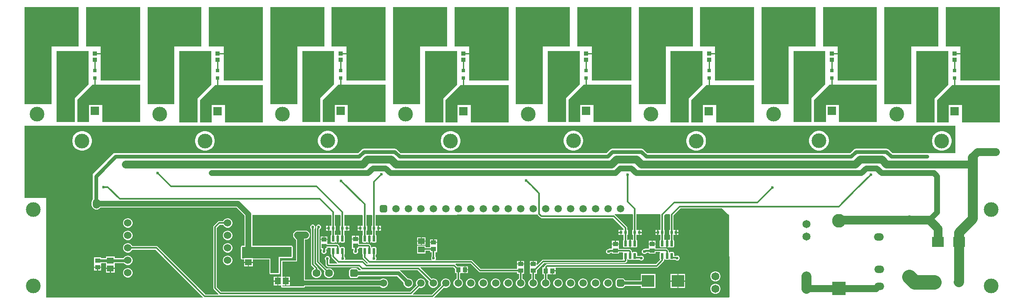
<source format=gtl>
G04*
G04 #@! TF.GenerationSoftware,Altium Limited,Altium Designer,21.2.2 (38)*
G04*
G04 Layer_Physical_Order=1*
G04 Layer_Color=255*
%FSLAX25Y25*%
%MOIN*%
G70*
G04*
G04 #@! TF.SameCoordinates,CC4574EB-D44E-4940-9A72-5AA28DA6A015*
G04*
G04*
G04 #@! TF.FilePolarity,Positive*
G04*
G01*
G75*
%ADD12C,0.01000*%
%ADD36C,0.06299*%
%ADD55R,0.02441X0.02441*%
%ADD56R,0.03937X0.03543*%
%ADD57R,0.05512X0.05118*%
%ADD58R,0.10039X0.09646*%
%ADD59R,0.03740X0.03347*%
%ADD60R,0.03150X0.03150*%
%ADD61R,0.09646X0.08465*%
%ADD62R,0.05118X0.05512*%
G04:AMPARAMS|DCode=63|XSize=47.64mil|YSize=22.84mil|CornerRadius=2.85mil|HoleSize=0mil|Usage=FLASHONLY|Rotation=270.000|XOffset=0mil|YOffset=0mil|HoleType=Round|Shape=RoundedRectangle|*
%AMROUNDEDRECTD63*
21,1,0.04764,0.01713,0,0,270.0*
21,1,0.04193,0.02284,0,0,270.0*
1,1,0.00571,-0.00856,-0.02097*
1,1,0.00571,-0.00856,0.02097*
1,1,0.00571,0.00856,0.02097*
1,1,0.00571,0.00856,-0.02097*
%
%ADD63ROUNDEDRECTD63*%
%ADD64R,0.05315X0.04528*%
%ADD65R,0.05906X0.07874*%
%ADD66R,0.14961X0.07874*%
%ADD67R,0.03543X0.03937*%
%ADD68C,0.03150*%
%ADD69C,0.01181*%
%ADD70C,0.11811*%
%ADD71C,0.07087*%
%ADD72C,0.06299*%
%ADD73C,0.02362*%
%ADD74C,0.05512*%
%ADD75C,0.04724*%
%ADD76C,0.01575*%
%ADD77C,0.02756*%
%ADD78C,0.03937*%
%ADD79C,0.07874*%
%ADD80O,0.17717X0.21654*%
%ADD81C,0.06000*%
%ADD82R,0.06000X0.06000*%
%ADD83C,0.05906*%
%ADD84R,0.05906X0.05906*%
%ADD85O,0.07874X0.05906*%
%ADD86O,0.05906X0.07874*%
G04:AMPARAMS|DCode=87|XSize=62.99mil|YSize=62.99mil|CornerRadius=15.75mil|HoleSize=0mil|Usage=FLASHONLY|Rotation=180.000|XOffset=0mil|YOffset=0mil|HoleType=Round|Shape=RoundedRectangle|*
%AMROUNDEDRECTD87*
21,1,0.06299,0.03150,0,0,180.0*
21,1,0.03150,0.06299,0,0,180.0*
1,1,0.03150,-0.01575,0.01575*
1,1,0.03150,0.01575,0.01575*
1,1,0.03150,0.01575,-0.01575*
1,1,0.03150,-0.01575,-0.01575*
%
%ADD87ROUNDEDRECTD87*%
%ADD88O,0.13780X0.10630*%
%ADD89R,0.06500X0.06500*%
%ADD90C,0.06500*%
%ADD91C,0.06200*%
%ADD92C,0.05984*%
G04:AMPARAMS|DCode=93|XSize=59.84mil|YSize=59.84mil|CornerRadius=14.96mil|HoleSize=0mil|Usage=FLASHONLY|Rotation=0.000|XOffset=0mil|YOffset=0mil|HoleType=Round|Shape=RoundedRectangle|*
%AMROUNDEDRECTD93*
21,1,0.05984,0.02992,0,0,0.0*
21,1,0.02992,0.05984,0,0,0.0*
1,1,0.02992,0.01496,-0.01496*
1,1,0.02992,-0.01496,-0.01496*
1,1,0.02992,-0.01496,0.01496*
1,1,0.02992,0.01496,0.01496*
%
%ADD93ROUNDEDRECTD93*%
%ADD94C,0.11024*%
%ADD95R,0.11024X0.11024*%
G04:AMPARAMS|DCode=96|XSize=76.77mil|YSize=76.77mil|CornerRadius=19.19mil|HoleSize=0mil|Usage=FLASHONLY|Rotation=0.000|XOffset=0mil|YOffset=0mil|HoleType=Round|Shape=RoundedRectangle|*
%AMROUNDEDRECTD96*
21,1,0.07677,0.03839,0,0,0.0*
21,1,0.03839,0.07677,0,0,0.0*
1,1,0.03839,0.01919,-0.01919*
1,1,0.03839,-0.01919,-0.01919*
1,1,0.03839,-0.01919,0.01919*
1,1,0.03839,0.01919,0.01919*
%
%ADD96ROUNDEDRECTD96*%
%ADD97C,0.07677*%
%ADD98C,0.06496*%
%ADD99C,0.11811*%
%ADD100C,0.03937*%
%ADD101C,0.02362*%
%ADD102C,0.03150*%
G36*
X786417Y176772D02*
X754921D01*
Y204331D01*
X743110D01*
Y235827D01*
X786417D01*
Y176772D01*
D02*
G37*
G36*
X687992D02*
X656496D01*
Y204331D01*
X644685D01*
Y235827D01*
X687992D01*
Y176772D01*
D02*
G37*
G36*
X589567D02*
X558071D01*
Y204331D01*
X546260D01*
Y235827D01*
X589567D01*
Y176772D01*
D02*
G37*
G36*
X491142D02*
X459646D01*
Y204331D01*
X447835D01*
Y235827D01*
X491142D01*
Y176772D01*
D02*
G37*
G36*
X392717D02*
X361221D01*
Y204331D01*
X349410D01*
Y235827D01*
X392717D01*
Y176772D01*
D02*
G37*
G36*
X294291D02*
X262795D01*
Y204331D01*
X250984D01*
Y235827D01*
X294291D01*
Y176772D01*
D02*
G37*
G36*
X195866D02*
X164370D01*
Y204331D01*
X152559D01*
Y235827D01*
X195866D01*
Y176772D01*
D02*
G37*
G36*
X97441D02*
X65945D01*
Y204331D01*
X54134D01*
Y235827D01*
X97441D01*
Y176772D01*
D02*
G37*
G36*
X737205Y204331D02*
X715551D01*
Y157874D01*
X693898D01*
Y235827D01*
X737205D01*
Y204331D01*
D02*
G37*
G36*
X638779D02*
X617126D01*
Y157874D01*
X606091D01*
X606091Y157874D01*
X604539D01*
X604539Y157874D01*
X595472D01*
Y235827D01*
X638779D01*
Y204331D01*
D02*
G37*
G36*
X540354D02*
X518701D01*
Y157874D01*
X497047D01*
Y235827D01*
X540354D01*
Y204331D01*
D02*
G37*
G36*
X441929D02*
X420276D01*
Y157874D01*
X409240D01*
X409240Y157874D01*
X407689D01*
X407689Y157874D01*
X398622D01*
Y235827D01*
X441929D01*
Y204331D01*
D02*
G37*
G36*
X343504D02*
X321850D01*
Y157874D01*
X300197D01*
Y235827D01*
X343504D01*
Y204331D01*
D02*
G37*
G36*
X245079D02*
X223425D01*
Y157874D01*
X212390D01*
X212390Y157874D01*
X210839D01*
X210838Y157874D01*
X201772D01*
Y235827D01*
X245079D01*
Y204331D01*
D02*
G37*
G36*
X146653D02*
X125000D01*
Y157874D01*
X103347D01*
Y235827D01*
X146653D01*
Y204331D01*
D02*
G37*
G36*
X48228D02*
X26575D01*
Y159055D01*
X26378D01*
Y157874D01*
X15540D01*
X15539Y157874D01*
X13988D01*
X13988Y157874D01*
X4724D01*
Y235827D01*
X48228D01*
Y204331D01*
D02*
G37*
G36*
X687992Y143504D02*
X657677D01*
Y157283D01*
X647047D01*
Y143504D01*
X637598Y143504D01*
X637598Y161221D01*
X649803Y173425D01*
X687992D01*
Y143504D01*
D02*
G37*
G36*
X491142D02*
X460827D01*
Y157283D01*
X450197D01*
Y143504D01*
X440748Y143504D01*
X440748Y161221D01*
X452953Y173425D01*
X491142D01*
Y143504D01*
D02*
G37*
G36*
X294291D02*
X263976D01*
Y157283D01*
X253346D01*
Y143504D01*
X243898Y143504D01*
X243898Y161221D01*
X256102Y173425D01*
X294291D01*
Y143504D01*
D02*
G37*
G36*
X97441D02*
X67126D01*
Y157283D01*
X56496D01*
Y143504D01*
X47047Y143504D01*
X47047Y161221D01*
X59252Y173425D01*
X97441D01*
Y143504D01*
D02*
G37*
G36*
X646654Y173819D02*
X635630Y162795D01*
Y143504D01*
X621063Y143504D01*
Y200591D01*
X646654D01*
Y173819D01*
D02*
G37*
G36*
X449803D02*
X438779Y162795D01*
Y143504D01*
X424213Y143504D01*
Y200591D01*
X449803D01*
Y173819D01*
D02*
G37*
G36*
X252953D02*
X241929Y162795D01*
Y143504D01*
X227362Y143504D01*
Y200591D01*
X252953D01*
Y173819D01*
D02*
G37*
G36*
X56102D02*
X45079Y162795D01*
Y143504D01*
X30512Y143504D01*
Y200591D01*
X56102D01*
Y173819D01*
D02*
G37*
G36*
X786417Y143307D02*
X756102D01*
Y157087D01*
X745472D01*
Y143307D01*
X736024Y143307D01*
Y161024D01*
X748228Y173228D01*
X786417D01*
Y143307D01*
D02*
G37*
G36*
X589567D02*
X559252D01*
Y157087D01*
X548622D01*
Y143307D01*
X539173Y143307D01*
Y161024D01*
X551378Y173228D01*
X589567D01*
Y143307D01*
D02*
G37*
G36*
X392717D02*
X362402D01*
Y157087D01*
X351772D01*
Y143307D01*
X342323Y143307D01*
Y161024D01*
X354528Y173228D01*
X392717D01*
Y143307D01*
D02*
G37*
G36*
X195866D02*
X165551D01*
Y157087D01*
X154921D01*
Y143307D01*
X145472Y143307D01*
Y161024D01*
X157677Y173228D01*
X195866D01*
Y143307D01*
D02*
G37*
G36*
X745079Y173622D02*
X734055Y162598D01*
Y143307D01*
X719488Y143307D01*
Y200394D01*
X745079D01*
Y173622D01*
D02*
G37*
G36*
X548228D02*
X537205Y162598D01*
Y143307D01*
X522638Y143307D01*
Y200394D01*
X548228D01*
Y173622D01*
D02*
G37*
G36*
X351378D02*
X340354Y162598D01*
Y143307D01*
X325787Y143307D01*
Y200394D01*
X351378D01*
Y173622D01*
D02*
G37*
G36*
X154528D02*
X143504Y162598D01*
Y143307D01*
X128937Y143307D01*
Y200394D01*
X154528D01*
Y173622D01*
D02*
G37*
G36*
X751004Y118395D02*
X700365D01*
X697372Y121388D01*
X696591Y121910D01*
X695669Y122093D01*
X671260D01*
X670338Y121910D01*
X669557Y121388D01*
X666564Y118395D01*
X648449D01*
X503909D01*
X500916Y121388D01*
X500134Y121910D01*
X499213Y122093D01*
X475984D01*
X475063Y121910D01*
X474281Y121388D01*
X471288Y118395D01*
X306271Y118395D01*
X303278Y121388D01*
X302497Y121910D01*
X301575Y122093D01*
X276772D01*
X275850Y121910D01*
X275069Y121388D01*
X272075Y118395D01*
X76201D01*
X59666Y101859D01*
X59666Y82677D01*
Y81516D01*
X59135Y80823D01*
X58758Y79913D01*
X58629Y78937D01*
Y76968D01*
X58758Y75992D01*
X59135Y75082D01*
X59734Y74301D01*
X60515Y73702D01*
X61425Y73325D01*
X62402Y73196D01*
X63378Y73325D01*
X64288Y73702D01*
X65069Y74301D01*
X65371Y74694D01*
X174750Y74694D01*
X181075Y68369D01*
Y44110D01*
X179134D01*
X178827Y44049D01*
X178566Y43875D01*
X178392Y43614D01*
X178331Y43307D01*
X178331Y33858D01*
X178392Y33551D01*
X178566Y33291D01*
X178827Y33117D01*
X179134Y33055D01*
X180709D01*
Y31102D01*
X184252D01*
X187795D01*
Y33055D01*
X201166D01*
X201166Y22047D01*
X201227Y21740D01*
X201401Y21480D01*
X201661Y21305D01*
X201969Y21244D01*
X208661Y21244D01*
X208969Y21305D01*
X209229Y21479D01*
X209403Y21740D01*
X209464Y22047D01*
X209464Y34236D01*
X218898Y34236D01*
X219205Y34298D01*
X219465Y34472D01*
X219639Y34732D01*
X219701Y35039D01*
X219701Y43307D01*
X219639Y43614D01*
X219465Y43875D01*
X219205Y44049D01*
X218898Y44110D01*
X187429Y44110D01*
Y68792D01*
X224567Y68878D01*
X250406Y68938D01*
X250760Y68585D01*
Y60276D01*
X249016D01*
Y58268D01*
Y56260D01*
X250760D01*
Y52843D01*
X250535Y52693D01*
X250298Y52338D01*
X250215Y51919D01*
Y47726D01*
X250298Y47308D01*
X250535Y46953D01*
X250890Y46716D01*
X251309Y46633D01*
X253022D01*
X253440Y46716D01*
X253743Y46918D01*
X253795Y46953D01*
X254276Y46953D01*
X254328Y46918D01*
X254631Y46716D01*
X255049Y46633D01*
X255512D01*
Y49823D01*
Y53013D01*
X255049D01*
X254631Y52930D01*
X254328Y52727D01*
X254276Y52693D01*
X253795Y52693D01*
X253743Y52727D01*
X253570Y52843D01*
Y56260D01*
X254173D01*
Y60276D01*
X253570D01*
Y68945D01*
X257887Y68955D01*
X258241Y68602D01*
Y60276D01*
X257638D01*
Y56260D01*
X258241D01*
Y53100D01*
X257803Y52693D01*
X257535D01*
X257483Y52727D01*
X257180Y52930D01*
X256762Y53013D01*
X256299D01*
Y49823D01*
Y46633D01*
X256762D01*
X257180Y46716D01*
X257483Y46918D01*
X257535Y46953D01*
X258016Y46953D01*
X258068Y46918D01*
X258371Y46716D01*
X258789Y46633D01*
X260502D01*
X260921Y46716D01*
X261276Y46953D01*
X261513Y47308D01*
X261596Y47726D01*
Y51919D01*
X261513Y52338D01*
X261276Y52693D01*
X261051Y52843D01*
Y56260D01*
X262795D01*
Y58268D01*
Y60276D01*
X261051D01*
Y68963D01*
X263646Y68969D01*
X275603Y68996D01*
X275957Y68643D01*
Y60276D01*
X274213D01*
Y58268D01*
Y56260D01*
X275957D01*
Y52843D01*
X275732Y52693D01*
X275495Y52338D01*
X275412Y51919D01*
Y47726D01*
X275495Y47308D01*
X275732Y46953D01*
X276087Y46716D01*
X276506Y46632D01*
X278219D01*
X278637Y46716D01*
X278940Y46918D01*
X278992Y46953D01*
X279473Y46953D01*
X279524Y46918D01*
X279827Y46716D01*
X280246Y46632D01*
X280709D01*
Y49823D01*
Y53013D01*
X280246D01*
X279827Y52930D01*
X279524Y52727D01*
X279473Y52693D01*
X279310D01*
X278908Y52748D01*
X278767Y52843D01*
Y56260D01*
X279370D01*
Y60276D01*
X278767D01*
Y69004D01*
X283084Y69014D01*
X283438Y68661D01*
Y60276D01*
X282835D01*
Y56260D01*
X283438D01*
Y53100D01*
X283000Y52693D01*
X282732D01*
X282680Y52727D01*
X282377Y52930D01*
X281959Y53013D01*
X281496D01*
Y49823D01*
Y46632D01*
X281959D01*
X282377Y46716D01*
X282680Y46918D01*
X282732Y46953D01*
X283213Y46953D01*
X283265Y46918D01*
X283568Y46716D01*
X283986Y46632D01*
X285699D01*
X286118Y46716D01*
X286472Y46953D01*
X286709Y47308D01*
X286793Y47726D01*
Y51919D01*
X286709Y52338D01*
X286472Y52693D01*
X286247Y52843D01*
Y56260D01*
X287992D01*
Y58268D01*
Y60276D01*
X286247D01*
Y69021D01*
X415990Y69322D01*
X416025Y69147D01*
X416329Y68692D01*
X418298Y66723D01*
X418754Y66418D01*
X419291Y66312D01*
X476583D01*
X485012Y57883D01*
Y56732D01*
X483268D01*
Y54724D01*
Y52716D01*
X485012D01*
Y48906D01*
X484788Y48756D01*
X484551Y48401D01*
X484467Y47982D01*
Y43789D01*
X484551Y43371D01*
X484788Y43016D01*
X485143Y42779D01*
X485561Y42695D01*
X487274D01*
X487692Y42779D01*
X487995Y42981D01*
X488047Y43016D01*
X488528Y43016D01*
X488580Y42981D01*
X488882Y42779D01*
X489301Y42695D01*
X489764D01*
Y45886D01*
Y49076D01*
X489301D01*
X488882Y48993D01*
X488580Y48790D01*
X488528Y48756D01*
X488368D01*
X487964Y48812D01*
X487822Y48906D01*
Y52716D01*
X488425D01*
Y56732D01*
X487822D01*
Y58465D01*
X487715Y59002D01*
X487411Y59458D01*
X478159Y68710D01*
X477776Y68965D01*
X477793Y69275D01*
X477859Y69466D01*
X492139Y69499D01*
X492493Y69146D01*
Y56732D01*
X491890D01*
Y52716D01*
X492493D01*
Y49163D01*
X492055Y48756D01*
X491787D01*
X491735Y48790D01*
X491432Y48993D01*
X491014Y49076D01*
X490551D01*
Y45886D01*
Y42695D01*
X491014D01*
X491432Y42779D01*
X491735Y42981D01*
X491787Y43016D01*
X492268Y43016D01*
X492320Y42981D01*
X492623Y42779D01*
X493041Y42695D01*
X494754D01*
X495173Y42779D01*
X495527Y43016D01*
X495764Y43371D01*
X495848Y43789D01*
Y47982D01*
X495764Y48401D01*
X495527Y48756D01*
X495303Y48906D01*
Y52716D01*
X497047D01*
Y54724D01*
Y56732D01*
X495303D01*
Y69506D01*
X514236Y69550D01*
X514503Y69226D01*
X514540Y69051D01*
Y56732D01*
X512795D01*
Y54724D01*
Y52716D01*
X514540D01*
Y48906D01*
X514315Y48756D01*
X514078Y48401D01*
X513995Y47982D01*
Y43789D01*
X514078Y43371D01*
X514315Y43016D01*
X514670Y42779D01*
X515089Y42695D01*
X516801D01*
X517220Y42779D01*
X517523Y42981D01*
X517575Y43016D01*
X518055Y43016D01*
X518107Y42981D01*
X518410Y42779D01*
X518829Y42695D01*
X519291D01*
Y45886D01*
Y49076D01*
X518829D01*
X518410Y48993D01*
X518107Y48790D01*
X518055Y48756D01*
X517893D01*
X517491Y48811D01*
X517350Y48906D01*
Y52716D01*
X517953D01*
Y56732D01*
X517350D01*
Y68512D01*
X518397Y69560D01*
X521720Y69567D01*
X522000Y69227D01*
X522020Y69068D01*
Y56732D01*
X521417D01*
Y52716D01*
X522020D01*
Y49163D01*
X521583Y48756D01*
X521315D01*
X521263Y48790D01*
X520960Y48993D01*
X520541Y49076D01*
X520079D01*
Y45886D01*
Y42695D01*
X520541D01*
X520960Y42779D01*
X521263Y42981D01*
X521315Y43016D01*
X521796Y43016D01*
X521847Y42981D01*
X522150Y42779D01*
X522569Y42695D01*
X524282D01*
X524700Y42779D01*
X525055Y43016D01*
X525292Y43371D01*
X525376Y43789D01*
Y47982D01*
X525292Y48401D01*
X525055Y48756D01*
X524830Y48906D01*
Y52716D01*
X526575D01*
Y54724D01*
Y56732D01*
X524830D01*
Y68512D01*
X530503Y74186D01*
X563396D01*
X568668Y69568D01*
X569508Y68833D01*
X569684Y2716D01*
X569331Y2362D01*
X333403D01*
X333196Y2862D01*
X340934Y10600D01*
X340982Y10573D01*
X341944Y10315D01*
X342939D01*
X343900Y10573D01*
X344762Y11070D01*
X345465Y11774D01*
X345963Y12636D01*
X346221Y13597D01*
Y14592D01*
X345963Y15553D01*
X345465Y16415D01*
X344762Y17119D01*
X343900Y17616D01*
X342939Y17874D01*
X341944D01*
X340982Y17616D01*
X340120Y17119D01*
X339417Y16415D01*
X338919Y15553D01*
X338662Y14592D01*
Y13597D01*
X338919Y12636D01*
X338947Y12587D01*
X331308Y4948D01*
X316250D01*
X316058Y5410D01*
X321170Y10522D01*
X321943Y10315D01*
X322939D01*
X323900Y10573D01*
X324762Y11070D01*
X325465Y11774D01*
X325963Y12636D01*
X326221Y13597D01*
Y14592D01*
X325963Y15553D01*
X325465Y16415D01*
X324762Y17119D01*
X323900Y17616D01*
X322939Y17874D01*
X321943D01*
X320982Y17616D01*
X320120Y17119D01*
X319417Y16415D01*
X318919Y15553D01*
X318662Y14592D01*
Y13597D01*
X318919Y12636D01*
X319062Y12388D01*
X313985Y7310D01*
X162393D01*
X158885Y10818D01*
Y58473D01*
X161409Y60997D01*
X164014D01*
X164030Y60940D01*
X164528Y60076D01*
X165233Y59371D01*
X166097Y58872D01*
X167060Y58614D01*
X168058D01*
X169021Y58872D01*
X169885Y59371D01*
X170590Y60076D01*
X171088Y60940D01*
X171346Y61903D01*
Y62900D01*
X171088Y63863D01*
X170590Y64727D01*
X169885Y65432D01*
X169021Y65931D01*
X168058Y66189D01*
X167060D01*
X166097Y65931D01*
X165233Y65432D01*
X164528Y64727D01*
X164030Y63863D01*
X164014Y63806D01*
X160827D01*
X160289Y63700D01*
X159833Y63395D01*
X156487Y60049D01*
X156182Y59593D01*
X156075Y59055D01*
Y10236D01*
X156182Y9699D01*
X156487Y9243D01*
X160319Y5410D01*
X160128Y4948D01*
X149795D01*
X111348Y43395D01*
X110892Y43699D01*
X110354Y43806D01*
X91104D01*
X91088Y43863D01*
X90590Y44727D01*
X89885Y45432D01*
X89021Y45931D01*
X88058Y46189D01*
X87060D01*
X86097Y45931D01*
X85233Y45432D01*
X84528Y44727D01*
X84030Y43863D01*
X83772Y42900D01*
Y41903D01*
X84030Y40940D01*
X84528Y40076D01*
X85233Y39371D01*
X86097Y38872D01*
X87060Y38614D01*
X88058D01*
X89021Y38872D01*
X89885Y39371D01*
X90590Y40076D01*
X91088Y40940D01*
X91104Y40997D01*
X109773D01*
X147907Y2862D01*
X147700Y2362D01*
X22047D01*
Y82677D01*
X4724D01*
Y140551D01*
X751004D01*
Y118395D01*
D02*
G37*
G36*
X218898Y35039D02*
X208661Y35039D01*
X208661Y22047D01*
X201969Y22047D01*
X201969Y33858D01*
X187795D01*
Y34055D01*
X180709D01*
Y33858D01*
X179134D01*
X179134Y43307D01*
X218898Y43307D01*
X218898Y35039D01*
D02*
G37*
%LPC*%
G36*
X642311Y136417D02*
X640760D01*
X639239Y136115D01*
X637806Y135521D01*
X636516Y134659D01*
X635419Y133563D01*
X634558Y132273D01*
X633964Y130840D01*
X633661Y129319D01*
Y127768D01*
X633964Y126247D01*
X634558Y124813D01*
X635419Y123524D01*
X636516Y122427D01*
X637806Y121565D01*
X639239Y120972D01*
X640760Y120669D01*
X642311D01*
X643832Y120972D01*
X645265Y121565D01*
X646555Y122427D01*
X647652Y123524D01*
X648513Y124813D01*
X649107Y126247D01*
X649409Y127768D01*
Y129319D01*
X649107Y130840D01*
X648513Y132273D01*
X647652Y133563D01*
X646555Y134659D01*
X645265Y135521D01*
X643832Y136115D01*
X642311Y136417D01*
D02*
G37*
G36*
X445461D02*
X443910D01*
X442388Y136115D01*
X440955Y135521D01*
X439666Y134659D01*
X438569Y133563D01*
X437707Y132273D01*
X437114Y130840D01*
X436811Y129319D01*
Y127768D01*
X437114Y126247D01*
X437707Y124813D01*
X438569Y123524D01*
X439666Y122427D01*
X440955Y121565D01*
X442388Y120972D01*
X443910Y120669D01*
X445461D01*
X446982Y120972D01*
X448415Y121565D01*
X449704Y122427D01*
X450801Y123524D01*
X451663Y124813D01*
X452256Y126247D01*
X452559Y127768D01*
Y129319D01*
X452256Y130840D01*
X451663Y132273D01*
X450801Y133563D01*
X449704Y134659D01*
X448415Y135521D01*
X446982Y136115D01*
X445461Y136417D01*
D02*
G37*
G36*
X248610D02*
X247059D01*
X245538Y136115D01*
X244105Y135521D01*
X242815Y134659D01*
X241719Y133563D01*
X240857Y132273D01*
X240263Y130840D01*
X239961Y129319D01*
Y127768D01*
X240263Y126247D01*
X240857Y124813D01*
X241719Y123524D01*
X242815Y122427D01*
X244105Y121565D01*
X245538Y120972D01*
X247059Y120669D01*
X248610D01*
X250131Y120972D01*
X251564Y121565D01*
X252854Y122427D01*
X253951Y123524D01*
X254813Y124813D01*
X255406Y126247D01*
X255709Y127768D01*
Y129319D01*
X255406Y130840D01*
X254813Y132273D01*
X253951Y133563D01*
X252854Y134659D01*
X251564Y135521D01*
X250131Y136115D01*
X248610Y136417D01*
D02*
G37*
G36*
X740736Y136221D02*
X739185D01*
X737664Y135918D01*
X736231Y135324D01*
X734941Y134463D01*
X733845Y133366D01*
X732983Y132076D01*
X732389Y130643D01*
X732087Y129122D01*
Y127571D01*
X732389Y126050D01*
X732983Y124617D01*
X733845Y123327D01*
X734941Y122230D01*
X736231Y121369D01*
X737664Y120775D01*
X739185Y120473D01*
X740736D01*
X742257Y120775D01*
X743690Y121369D01*
X744980Y122230D01*
X746077Y123327D01*
X746939Y124617D01*
X747532Y126050D01*
X747835Y127571D01*
Y129122D01*
X747532Y130643D01*
X746939Y132076D01*
X746077Y133366D01*
X744980Y134463D01*
X743690Y135324D01*
X742257Y135918D01*
X740736Y136221D01*
D02*
G37*
G36*
X543886D02*
X542335D01*
X540813Y135918D01*
X539381Y135324D01*
X538091Y134463D01*
X536994Y133366D01*
X536132Y132076D01*
X535539Y130643D01*
X535236Y129122D01*
Y127571D01*
X535539Y126050D01*
X536132Y124617D01*
X536994Y123327D01*
X538091Y122230D01*
X539381Y121369D01*
X540813Y120775D01*
X542335Y120473D01*
X543886D01*
X545407Y120775D01*
X546840Y121369D01*
X548130Y122230D01*
X549226Y123327D01*
X550088Y124617D01*
X550682Y126050D01*
X550984Y127571D01*
Y129122D01*
X550682Y130643D01*
X550088Y132076D01*
X549226Y133366D01*
X548130Y134463D01*
X546840Y135324D01*
X545407Y135918D01*
X543886Y136221D01*
D02*
G37*
G36*
X347035D02*
X345484D01*
X343963Y135918D01*
X342530Y135324D01*
X341241Y134463D01*
X340144Y133366D01*
X339282Y132076D01*
X338688Y130643D01*
X338386Y129122D01*
Y127571D01*
X338688Y126050D01*
X339282Y124617D01*
X340144Y123327D01*
X341241Y122230D01*
X342530Y121369D01*
X343963Y120775D01*
X345484Y120473D01*
X347035D01*
X348557Y120775D01*
X349990Y121369D01*
X351279Y122230D01*
X352376Y123327D01*
X353238Y124617D01*
X353831Y126050D01*
X354134Y127571D01*
Y129122D01*
X353831Y130643D01*
X353238Y132076D01*
X352376Y133366D01*
X351279Y134463D01*
X349990Y135324D01*
X348557Y135918D01*
X347035Y136221D01*
D02*
G37*
G36*
X150185D02*
X148634D01*
X147113Y135918D01*
X145680Y135324D01*
X144390Y134463D01*
X143293Y133366D01*
X142432Y132076D01*
X141838Y130643D01*
X141535Y129122D01*
Y127571D01*
X141838Y126050D01*
X142432Y124617D01*
X143293Y123327D01*
X144390Y122230D01*
X145680Y121369D01*
X147113Y120775D01*
X148634Y120473D01*
X150185D01*
X151706Y120775D01*
X153139Y121369D01*
X154429Y122230D01*
X155526Y123327D01*
X156387Y124617D01*
X156981Y126050D01*
X157283Y127571D01*
Y129122D01*
X156981Y130643D01*
X156387Y132076D01*
X155526Y133366D01*
X154429Y134463D01*
X153139Y135324D01*
X151706Y135918D01*
X150185Y136221D01*
D02*
G37*
G36*
X51760D02*
X50209D01*
X48687Y135918D01*
X47254Y135324D01*
X45965Y134463D01*
X44868Y133366D01*
X44006Y132076D01*
X43413Y130643D01*
X43110Y129122D01*
Y127571D01*
X43413Y126050D01*
X44006Y124617D01*
X44868Y123327D01*
X45965Y122230D01*
X47254Y121369D01*
X48687Y120775D01*
X50209Y120473D01*
X51760D01*
X53281Y120775D01*
X54714Y121369D01*
X56004Y122230D01*
X57100Y123327D01*
X57962Y124617D01*
X58556Y126050D01*
X58858Y127571D01*
Y129122D01*
X58556Y130643D01*
X57962Y132076D01*
X57100Y133366D01*
X56004Y134463D01*
X54714Y135324D01*
X53281Y135918D01*
X51760Y136221D01*
D02*
G37*
G36*
X273425Y60276D02*
X271811D01*
Y58661D01*
X273425D01*
Y60276D01*
D02*
G37*
G36*
X248228D02*
X246614D01*
Y58661D01*
X248228D01*
Y60276D01*
D02*
G37*
G36*
X290394D02*
X288779D01*
Y58661D01*
X290394D01*
Y60276D01*
D02*
G37*
G36*
X265197D02*
X263583D01*
Y58661D01*
X265197D01*
Y60276D01*
D02*
G37*
G36*
X88058Y66189D02*
X87060D01*
X86097Y65931D01*
X85233Y65432D01*
X84528Y64727D01*
X84030Y63863D01*
X83772Y62900D01*
Y61903D01*
X84030Y60940D01*
X84528Y60076D01*
X85233Y59371D01*
X86097Y58872D01*
X87060Y58614D01*
X88058D01*
X89021Y58872D01*
X89885Y59371D01*
X90590Y60076D01*
X91088Y60940D01*
X91346Y61903D01*
Y62900D01*
X91088Y63863D01*
X90590Y64727D01*
X89885Y65432D01*
X89021Y65931D01*
X88058Y66189D01*
D02*
G37*
G36*
X290394Y57874D02*
X288779D01*
Y56260D01*
X290394D01*
Y57874D01*
D02*
G37*
G36*
X273425Y57874D02*
X271811D01*
Y56260D01*
X273425D01*
Y57874D01*
D02*
G37*
G36*
X265197Y57874D02*
X263583D01*
Y56260D01*
X265197D01*
Y57874D01*
D02*
G37*
G36*
X248228Y57874D02*
X246614D01*
Y56260D01*
X248228D01*
Y57874D01*
D02*
G37*
G36*
X512008Y56732D02*
X510394D01*
Y55118D01*
X512008D01*
Y56732D01*
D02*
G37*
G36*
X499449D02*
X497835D01*
Y55118D01*
X499449D01*
Y56732D01*
D02*
G37*
G36*
X528976D02*
X527362D01*
Y55118D01*
X528976D01*
Y56732D01*
D02*
G37*
G36*
X482480D02*
X480866D01*
Y55118D01*
X482480D01*
Y56732D01*
D02*
G37*
G36*
X528976Y54331D02*
X527362D01*
Y52716D01*
X528976D01*
Y54331D01*
D02*
G37*
G36*
X512008Y54331D02*
X510394D01*
Y52716D01*
X512008D01*
Y54331D01*
D02*
G37*
G36*
X499449D02*
X497835D01*
Y52716D01*
X499449D01*
Y54331D01*
D02*
G37*
G36*
X482480Y54331D02*
X480866D01*
Y52716D01*
X482480D01*
Y54331D01*
D02*
G37*
G36*
X272835Y52067D02*
X270473D01*
Y49902D01*
X272835D01*
Y52067D01*
D02*
G37*
G36*
X269685D02*
X267323D01*
Y49902D01*
X269685D01*
Y52067D01*
D02*
G37*
G36*
X247638Y51673D02*
X245276D01*
Y49508D01*
X247638D01*
Y51673D01*
D02*
G37*
G36*
X244488D02*
X242126D01*
Y49508D01*
X244488D01*
Y51673D01*
D02*
G37*
G36*
X168058Y56189D02*
X167060D01*
X166097Y55931D01*
X165233Y55432D01*
X164528Y54727D01*
X164030Y53863D01*
X163772Y52900D01*
Y51903D01*
X164030Y50940D01*
X164528Y50076D01*
X165233Y49371D01*
X166097Y48872D01*
X167060Y48614D01*
X168058D01*
X169021Y48872D01*
X169885Y49371D01*
X170590Y50076D01*
X171088Y50940D01*
X171346Y51903D01*
Y52900D01*
X171088Y53863D01*
X170590Y54727D01*
X169885Y55432D01*
X169021Y55931D01*
X168058Y56189D01*
D02*
G37*
G36*
X88058D02*
X87060D01*
X86097Y55931D01*
X85233Y55432D01*
X84528Y54727D01*
X84030Y53863D01*
X83772Y52900D01*
Y51903D01*
X84030Y50940D01*
X84528Y50076D01*
X85233Y49371D01*
X86097Y48872D01*
X87060Y48614D01*
X88058D01*
X89021Y48872D01*
X89885Y49371D01*
X90590Y50076D01*
X91088Y50940D01*
X91346Y51903D01*
Y52900D01*
X91088Y53863D01*
X90590Y54727D01*
X89885Y55432D01*
X89021Y55931D01*
X88058Y56189D01*
D02*
G37*
G36*
X326280Y50984D02*
X323228D01*
Y48327D01*
X326280D01*
Y50984D01*
D02*
G37*
G36*
X322441D02*
X319390D01*
Y48327D01*
X322441D01*
Y50984D01*
D02*
G37*
G36*
X335433Y49311D02*
X333071D01*
Y47146D01*
X335433D01*
Y49311D01*
D02*
G37*
G36*
X332283D02*
X329921D01*
Y47146D01*
X332283D01*
Y49311D01*
D02*
G37*
G36*
X510630Y48130D02*
X508268D01*
Y45965D01*
X510630D01*
Y48130D01*
D02*
G37*
G36*
X507480D02*
X505118D01*
Y45965D01*
X507480D01*
Y48130D01*
D02*
G37*
G36*
X481102D02*
X478740D01*
Y45965D01*
X481102D01*
Y48130D01*
D02*
G37*
G36*
X477953D02*
X475591D01*
Y45965D01*
X477953D01*
Y48130D01*
D02*
G37*
G36*
X326280Y47539D02*
X323228D01*
Y44882D01*
X326280D01*
Y47539D01*
D02*
G37*
G36*
X322441D02*
X319390D01*
Y44882D01*
X322441D01*
Y47539D01*
D02*
G37*
G36*
X510630Y45177D02*
X505118D01*
Y43315D01*
X505118Y43012D01*
X505118Y42512D01*
Y41862D01*
X502624D01*
X502624Y41862D01*
X502010Y41739D01*
X501489Y41391D01*
X501489Y41391D01*
X501486Y41388D01*
X501183D01*
X500460Y41088D01*
X499906Y40534D01*
X499606Y39811D01*
Y39028D01*
X499906Y38304D01*
X500460Y37751D01*
X501183Y37451D01*
X501966D01*
X502690Y37751D01*
X503244Y38304D01*
X503387Y38650D01*
X505118D01*
Y37697D01*
X510630D01*
Y39146D01*
X513896D01*
X514163Y38646D01*
X514078Y38519D01*
X513995Y38100D01*
Y33907D01*
X514078Y33489D01*
X514315Y33134D01*
X514342Y32864D01*
X510835Y29358D01*
X423425D01*
X422888Y29251D01*
X422432Y28946D01*
X421740Y28254D01*
X421435Y27799D01*
X421328Y27261D01*
Y26772D01*
X419980D01*
Y21260D01*
X421036D01*
Y17631D01*
X420982Y17616D01*
X420120Y17119D01*
X419417Y16415D01*
X418919Y15553D01*
X418662Y14592D01*
Y13597D01*
X418919Y12636D01*
X419417Y11774D01*
X420120Y11070D01*
X420982Y10573D01*
X421944Y10315D01*
X422939D01*
X423900Y10573D01*
X424762Y11070D01*
X425465Y11774D01*
X425963Y12636D01*
X426221Y13597D01*
Y14592D01*
X425963Y15553D01*
X425465Y16415D01*
X424762Y17119D01*
X423900Y17616D01*
X423846Y17631D01*
Y21260D01*
X425098D01*
Y21260D01*
X425295D01*
Y21260D01*
X427461D01*
Y24016D01*
X427854D01*
Y24409D01*
X430413D01*
Y26548D01*
X511417D01*
X511955Y26655D01*
X512411Y26959D01*
X516938Y31487D01*
X517243Y31943D01*
X517350Y32480D01*
Y32984D01*
X517491Y33078D01*
X517893Y33134D01*
X518055Y33134D01*
X518107Y33099D01*
X518410Y32897D01*
X518829Y32814D01*
X520541D01*
X520960Y32897D01*
X521263Y33099D01*
X521315Y33134D01*
X521796Y33134D01*
X521847Y33099D01*
X522150Y32897D01*
X522569Y32814D01*
X524282D01*
X524700Y32897D01*
X524807Y32968D01*
X526452D01*
X526841Y32580D01*
X527564Y32280D01*
X528348D01*
X529071Y32580D01*
X529625Y33134D01*
X529925Y33857D01*
Y34640D01*
X529625Y35364D01*
X529071Y35917D01*
X528348Y36217D01*
X527564D01*
X526841Y35917D01*
X526702Y35778D01*
X525376D01*
Y38100D01*
X525292Y38519D01*
X525055Y38874D01*
X524700Y39111D01*
X524282Y39194D01*
X522569D01*
X522150Y39111D01*
X521847Y38908D01*
X521796Y38874D01*
X521633D01*
X521231Y38930D01*
X521090Y39024D01*
Y39859D01*
X520983Y40397D01*
X520679Y40853D01*
X519987Y41545D01*
X519531Y41849D01*
X518993Y41956D01*
X510983D01*
X510630Y42310D01*
X510630Y42815D01*
X510630Y43315D01*
Y45177D01*
D02*
G37*
G36*
X168058Y46189D02*
X167060D01*
X166097Y45931D01*
X165233Y45432D01*
X164528Y44727D01*
X164030Y43863D01*
X163772Y42900D01*
Y41903D01*
X164030Y40940D01*
X164528Y40076D01*
X165233Y39371D01*
X166097Y38872D01*
X167060Y38614D01*
X168058D01*
X169021Y38872D01*
X169885Y39371D01*
X170590Y40076D01*
X171088Y40940D01*
X171346Y41903D01*
Y42900D01*
X171088Y43863D01*
X170590Y44727D01*
X169885Y45432D01*
X169021Y45931D01*
X168058Y46189D01*
D02*
G37*
G36*
X88058Y36189D02*
X87060D01*
X86097Y35931D01*
X85233Y35432D01*
X84528Y34727D01*
X84310Y34350D01*
X77165D01*
Y35630D01*
X70079D01*
Y34241D01*
X66142D01*
Y34744D01*
X60630D01*
Y29929D01*
X60630Y29626D01*
X60630Y29126D01*
Y27264D01*
X66142D01*
Y29126D01*
X66142Y29429D01*
X66142Y29874D01*
X66495Y30227D01*
X70079D01*
Y28937D01*
Y26378D01*
X73622D01*
X77165D01*
Y28937D01*
Y30335D01*
X84378D01*
X84528Y30076D01*
X85233Y29371D01*
X86097Y28872D01*
X87060Y28614D01*
X88058D01*
X89021Y28872D01*
X89885Y29371D01*
X90590Y30076D01*
X91088Y30940D01*
X91346Y31903D01*
Y32900D01*
X91088Y33863D01*
X90590Y34727D01*
X89885Y35432D01*
X89021Y35931D01*
X88058Y36189D01*
D02*
G37*
G36*
X481102Y45177D02*
X475591D01*
Y43315D01*
X475591Y43012D01*
X475591Y42512D01*
Y41862D01*
X473934D01*
X473319Y41739D01*
X472798Y41391D01*
X472798Y41391D01*
X472746Y41339D01*
X472443D01*
X471720Y41039D01*
X471166Y40485D01*
X470866Y39762D01*
Y38978D01*
X471166Y38255D01*
X471720Y37701D01*
X472443Y37402D01*
X473226D01*
X473950Y37701D01*
X474504Y38255D01*
X474667Y38650D01*
X475591D01*
Y37697D01*
X481102D01*
Y38752D01*
X484151D01*
X484497Y38252D01*
X484467Y38100D01*
Y33907D01*
X484551Y33489D01*
X484609Y33401D01*
X484342Y32901D01*
X420472D01*
X419935Y32794D01*
X419479Y32489D01*
X415816Y28827D01*
X415354Y29018D01*
Y29035D01*
X409843D01*
Y26870D01*
X409843Y26870D01*
Y26673D01*
X409843D01*
X409843Y26370D01*
Y21555D01*
X411036D01*
Y17631D01*
X410982Y17616D01*
X410120Y17119D01*
X409417Y16415D01*
X408919Y15553D01*
X408662Y14592D01*
Y13597D01*
X408919Y12636D01*
X409417Y11774D01*
X410120Y11070D01*
X410982Y10573D01*
X411943Y10315D01*
X412939D01*
X413900Y10573D01*
X414762Y11070D01*
X415465Y11774D01*
X415963Y12636D01*
X416221Y13597D01*
Y14592D01*
X415963Y15553D01*
X415465Y16415D01*
X414762Y17119D01*
X413900Y17616D01*
X413846Y17631D01*
Y21555D01*
X415354D01*
Y24391D01*
X421054Y30091D01*
X485725D01*
X486263Y30198D01*
X486719Y30503D01*
X487411Y31194D01*
X487715Y31650D01*
X487822Y32188D01*
Y32984D01*
X487964Y33078D01*
X488368Y33134D01*
X488528Y33134D01*
X488580Y33099D01*
X488882Y32897D01*
X489301Y32814D01*
X491014D01*
X491432Y32897D01*
X491735Y33099D01*
X491787Y33134D01*
X492268Y33134D01*
X492320Y33099D01*
X492623Y32897D01*
X493041Y32814D01*
X494754D01*
X495173Y32897D01*
X495282Y32970D01*
X497711D01*
X498098Y32583D01*
X498821Y32283D01*
X499604D01*
X500328Y32583D01*
X500881Y33137D01*
X501181Y33860D01*
Y34644D01*
X500881Y35367D01*
X500328Y35921D01*
X499604Y36220D01*
X498821D01*
X498098Y35921D01*
X497957Y35780D01*
X495848D01*
Y38100D01*
X495764Y38519D01*
X495527Y38874D01*
X495173Y39111D01*
X494754Y39194D01*
X493041D01*
X492623Y39111D01*
X492320Y38908D01*
X492268Y38874D01*
X491787Y38874D01*
X491735Y38908D01*
X491498Y39067D01*
Y39439D01*
X491391Y39977D01*
X491087Y40433D01*
X490369Y41151D01*
X489913Y41456D01*
X489375Y41562D01*
X481456D01*
X481102Y41916D01*
X481102Y42815D01*
X481102Y43315D01*
Y45177D01*
D02*
G37*
G36*
X405118Y31988D02*
X402756D01*
Y29823D01*
X405118D01*
Y31988D01*
D02*
G37*
G36*
X401968D02*
X399606D01*
Y29823D01*
X401968D01*
Y31988D01*
D02*
G37*
G36*
X415354Y31988D02*
X412992D01*
Y29823D01*
X415354D01*
Y31988D01*
D02*
G37*
G36*
X412205D02*
X409843D01*
Y29823D01*
X412205D01*
Y31988D01*
D02*
G37*
G36*
X272835Y49114D02*
X267323D01*
Y47252D01*
X267323Y46949D01*
X267323Y46449D01*
Y41634D01*
X268473D01*
Y40548D01*
X268410Y40485D01*
X268110Y39762D01*
Y38978D01*
X268410Y38255D01*
X268964Y37701D01*
X269687Y37402D01*
X270470D01*
X271194Y37701D01*
X271748Y38255D01*
X272047Y38978D01*
Y39762D01*
X271748Y40485D01*
X271684Y40548D01*
Y41634D01*
X272835D01*
Y42689D01*
X275096D01*
X275442Y42189D01*
X275412Y42037D01*
Y37844D01*
X275495Y37426D01*
X275732Y37071D01*
X275957Y36921D01*
Y34843D01*
X276064Y34305D01*
X276369Y33849D01*
X279966Y30251D01*
X279793Y29821D01*
X279303Y29771D01*
X276732Y32342D01*
X276276Y32646D01*
X275738Y32753D01*
X261987D01*
X261653Y33253D01*
X261762Y33516D01*
Y34299D01*
X261462Y35023D01*
X261124Y35360D01*
Y36970D01*
X261276Y37071D01*
X261513Y37426D01*
X261596Y37844D01*
Y42037D01*
X261513Y42456D01*
X261276Y42811D01*
X260921Y43048D01*
X260502Y43131D01*
X258789D01*
X258371Y43048D01*
X258068Y42845D01*
X258016Y42811D01*
X257854D01*
X257452Y42867D01*
X257254Y42999D01*
Y43403D01*
X257147Y43940D01*
X256843Y44396D01*
X256151Y45088D01*
X255695Y45393D01*
X255157Y45499D01*
X247991D01*
X247638Y45853D01*
X247638Y46358D01*
X247638Y46858D01*
Y48720D01*
X242126D01*
Y46858D01*
X242126Y46555D01*
X242126Y46055D01*
Y41240D01*
X243276D01*
Y40548D01*
X243213Y40485D01*
X242913Y39762D01*
Y38978D01*
X243213Y38255D01*
X243767Y37701D01*
X244490Y37402D01*
X245273D01*
X245997Y37701D01*
X246551Y38255D01*
X246850Y38978D01*
Y39762D01*
X246551Y40485D01*
X246487Y40548D01*
Y41240D01*
X247638D01*
Y42689D01*
X249899D01*
X250245Y42189D01*
X250215Y42037D01*
Y37844D01*
X250298Y37426D01*
X250535Y37071D01*
X250760Y36921D01*
Y35630D01*
X250867Y35092D01*
X251172Y34637D01*
X255453Y30355D01*
X255608Y30251D01*
X255457Y29751D01*
X249043D01*
Y32479D01*
X249307Y32743D01*
X249606Y33467D01*
Y34250D01*
X249307Y34973D01*
X248753Y35527D01*
X248029Y35827D01*
X247246D01*
X246523Y35527D01*
X245969Y34973D01*
X245669Y34250D01*
Y33467D01*
X245969Y32743D01*
X246233Y32479D01*
Y29038D01*
X246340Y28501D01*
X246644Y28045D01*
X247336Y27353D01*
X247792Y27049D01*
X248330Y26941D01*
X272646D01*
X274597Y24991D01*
X274650Y24956D01*
X274498Y24456D01*
X272636D01*
X272619Y24544D01*
X272097Y25325D01*
X271315Y25847D01*
X270394Y26030D01*
X267244D01*
X266322Y25847D01*
X265541Y25325D01*
X265019Y24544D01*
X264836Y23622D01*
Y20472D01*
X265019Y19551D01*
X265541Y18769D01*
X266322Y18247D01*
X267244Y18064D01*
X270394D01*
X271315Y18247D01*
X272097Y18769D01*
X272619Y19551D01*
X272636Y19639D01*
X303491D01*
X308662Y14468D01*
Y13597D01*
X308919Y12636D01*
X309417Y11774D01*
X310120Y11070D01*
X310982Y10573D01*
X311944Y10315D01*
X312939D01*
X313900Y10573D01*
X314762Y11070D01*
X315465Y11774D01*
X315963Y12636D01*
X316221Y13597D01*
Y14592D01*
X315963Y15553D01*
X315465Y16415D01*
X314762Y17119D01*
X313900Y17616D01*
X312939Y17874D01*
X312068D01*
X306191Y23750D01*
X305699Y24079D01*
X305851Y24579D01*
X319969D01*
X328947Y15602D01*
X328919Y15553D01*
X328662Y14592D01*
Y13597D01*
X328919Y12636D01*
X329417Y11774D01*
X330120Y11070D01*
X330982Y10573D01*
X331943Y10315D01*
X332939D01*
X333900Y10573D01*
X334762Y11070D01*
X335466Y11774D01*
X335963Y12636D01*
X336221Y13597D01*
Y14592D01*
X335963Y15553D01*
X335466Y16415D01*
X334762Y17119D01*
X333900Y17616D01*
X332939Y17874D01*
X331943D01*
X330982Y17616D01*
X330934Y17589D01*
X322043Y26480D01*
X322234Y26941D01*
X348532D01*
X349902Y25572D01*
Y22047D01*
X351036D01*
Y17631D01*
X350982Y17616D01*
X350120Y17119D01*
X349417Y16415D01*
X348919Y15553D01*
X348662Y14592D01*
Y13597D01*
X348919Y12636D01*
X349417Y11774D01*
X350120Y11070D01*
X350982Y10573D01*
X351943Y10315D01*
X352939D01*
X353900Y10573D01*
X354762Y11070D01*
X355466Y11774D01*
X355963Y12636D01*
X356221Y13597D01*
Y14592D01*
X355963Y15553D01*
X355466Y16415D01*
X354762Y17119D01*
X353900Y17616D01*
X353846Y17631D01*
Y21694D01*
X354200Y22047D01*
X355020Y22047D01*
X355520Y22047D01*
X357382D01*
Y24803D01*
Y27559D01*
X355520D01*
X355217Y27559D01*
X354717Y27559D01*
X351888D01*
X350250Y29197D01*
X350452Y29697D01*
X362410D01*
X368987Y23121D01*
X369443Y22816D01*
X369980Y22709D01*
X399606D01*
Y21555D01*
X401036D01*
Y17631D01*
X400982Y17616D01*
X400120Y17119D01*
X399417Y16415D01*
X398919Y15553D01*
X398662Y14592D01*
Y13597D01*
X398919Y12636D01*
X399417Y11774D01*
X400120Y11070D01*
X400982Y10573D01*
X401943Y10315D01*
X402939D01*
X403900Y10573D01*
X404762Y11070D01*
X405466Y11774D01*
X405963Y12636D01*
X406221Y13597D01*
Y14592D01*
X405963Y15553D01*
X405466Y16415D01*
X404762Y17119D01*
X403900Y17616D01*
X403846Y17631D01*
Y21555D01*
X405118D01*
Y26370D01*
X405118Y26673D01*
X405118Y27173D01*
Y29035D01*
X402362D01*
X399606D01*
Y27173D01*
X399606Y26870D01*
X399606Y26370D01*
Y25519D01*
X370562D01*
X363986Y32096D01*
X363530Y32400D01*
X362992Y32507D01*
X334505D01*
X334314Y32969D01*
X334346Y33002D01*
X334646Y33725D01*
Y34508D01*
X334346Y35232D01*
X334082Y35495D01*
Y38878D01*
X335433D01*
Y43693D01*
X335433Y43996D01*
X335433Y44496D01*
Y46358D01*
X332677D01*
X329921D01*
Y44496D01*
X329921Y44193D01*
X329921Y43693D01*
Y42842D01*
X326280D01*
Y44094D01*
X319390D01*
Y37992D01*
X326280D01*
Y40032D01*
X329921D01*
Y38878D01*
X331272D01*
Y35495D01*
X331008Y35232D01*
X330709Y34508D01*
Y33725D01*
X331008Y33002D01*
X331041Y32969D01*
X330849Y32507D01*
X286880D01*
X286644Y33007D01*
X286885Y33590D01*
Y34373D01*
X286585Y35096D01*
X286284Y35397D01*
Y36945D01*
X286472Y37071D01*
X286709Y37426D01*
X286793Y37844D01*
Y42037D01*
X286709Y42456D01*
X286472Y42811D01*
X286118Y43048D01*
X285699Y43131D01*
X283986D01*
X283568Y43048D01*
X283265Y42845D01*
X283213Y42811D01*
X283051D01*
X282649Y42867D01*
X282507Y42961D01*
Y43403D01*
X282400Y43940D01*
X282096Y44396D01*
X281404Y45088D01*
X280948Y45393D01*
X280411Y45499D01*
X273188D01*
X272835Y45853D01*
X272835Y46752D01*
X272835Y47252D01*
Y49114D01*
D02*
G37*
G36*
X168058Y36189D02*
X167060D01*
X166097Y35931D01*
X165233Y35432D01*
X164528Y34727D01*
X164030Y33863D01*
X163772Y32900D01*
Y31903D01*
X164030Y30940D01*
X164528Y30076D01*
X165233Y29371D01*
X166097Y28872D01*
X167060Y28614D01*
X168058D01*
X169021Y28872D01*
X169885Y29371D01*
X170590Y30076D01*
X171088Y30940D01*
X171346Y31903D01*
Y32900D01*
X171088Y33863D01*
X170590Y34727D01*
X169885Y35432D01*
X169021Y35931D01*
X168058Y36189D01*
D02*
G37*
G36*
X187795Y30315D02*
X184646D01*
Y27362D01*
X187795D01*
Y30315D01*
D02*
G37*
G36*
X183858D02*
X180709D01*
Y27362D01*
X183858D01*
Y30315D01*
D02*
G37*
G36*
X358169Y27559D02*
Y25197D01*
X360335D01*
Y27559D01*
X358169D01*
D02*
G37*
G36*
X66142Y26476D02*
X63779D01*
Y24311D01*
X66142D01*
Y26476D01*
D02*
G37*
G36*
X62992D02*
X60630D01*
Y24311D01*
X62992D01*
Y26476D01*
D02*
G37*
G36*
X77165Y25591D02*
X74016D01*
Y22638D01*
X77165D01*
Y25591D01*
D02*
G37*
G36*
X73228D02*
X70079D01*
Y22638D01*
X73228D01*
Y25591D01*
D02*
G37*
G36*
X360335Y24409D02*
X358169D01*
Y22047D01*
X360335D01*
Y24409D01*
D02*
G37*
G36*
X430413Y23622D02*
X428248D01*
Y21260D01*
X430413D01*
Y23622D01*
D02*
G37*
G36*
X88058Y26189D02*
X87060D01*
X86097Y25931D01*
X85233Y25432D01*
X84528Y24727D01*
X84030Y23863D01*
X83772Y22900D01*
Y21903D01*
X84030Y20940D01*
X84528Y20076D01*
X85233Y19371D01*
X86097Y18872D01*
X87060Y18614D01*
X88058D01*
X89021Y18872D01*
X89885Y19371D01*
X90590Y20076D01*
X91088Y20940D01*
X91346Y21903D01*
Y22900D01*
X91088Y23863D01*
X90590Y24727D01*
X89885Y25432D01*
X89021Y25931D01*
X88058Y26189D01*
D02*
G37*
G36*
X240943Y61024D02*
X240160D01*
X239436Y60724D01*
X238882Y60170D01*
X238583Y59447D01*
Y58664D01*
X238583Y58662D01*
X238466Y58486D01*
X238359Y57948D01*
Y31102D01*
X238466Y30565D01*
X238770Y30109D01*
X245210Y23670D01*
X245150Y23567D01*
X244882Y22566D01*
Y21529D01*
X245150Y20528D01*
X245669Y19630D01*
X246402Y18897D01*
X247299Y18379D01*
X248301Y18110D01*
X249337D01*
X250339Y18379D01*
X251236Y18897D01*
X251969Y19630D01*
X252488Y20528D01*
X252756Y21529D01*
Y22566D01*
X252488Y23567D01*
X251969Y24465D01*
X251236Y25198D01*
X250339Y25716D01*
X249337Y25984D01*
X248301D01*
X247299Y25716D01*
X247197Y25657D01*
X241169Y31684D01*
Y57180D01*
X241666Y57386D01*
X242220Y57940D01*
X242520Y58664D01*
Y59447D01*
X242220Y60170D01*
X241666Y60724D01*
X240943Y61024D01*
D02*
G37*
G36*
X236218D02*
X235435D01*
X234712Y60724D01*
X234158Y60170D01*
X233858Y59447D01*
Y58664D01*
X234158Y57940D01*
X234422Y57676D01*
Y29134D01*
X234529Y28596D01*
X234833Y28140D01*
X236983Y25991D01*
X236917Y25495D01*
X236402Y25198D01*
X235668Y24465D01*
X235150Y23567D01*
X234882Y22566D01*
Y21529D01*
X235150Y20528D01*
X235668Y19630D01*
X236402Y18897D01*
X237299Y18379D01*
X238301Y18110D01*
X239337D01*
X240338Y18379D01*
X241236Y18897D01*
X241969Y19630D01*
X242488Y20528D01*
X242756Y21529D01*
Y22566D01*
X242488Y23567D01*
X241969Y24465D01*
X241236Y25198D01*
X240338Y25716D01*
X240089Y25783D01*
Y26277D01*
X239982Y26814D01*
X239678Y27270D01*
X237232Y29716D01*
Y57676D01*
X237496Y57940D01*
X237795Y58664D01*
Y59447D01*
X237496Y60170D01*
X236942Y60724D01*
X236218Y61024D01*
D02*
G37*
G36*
X510433Y21358D02*
X498819D01*
Y16302D01*
X486124D01*
X486088Y16482D01*
X485583Y17237D01*
X484828Y17742D01*
X483937Y17919D01*
X480945D01*
X480054Y17742D01*
X479299Y17237D01*
X478794Y16482D01*
X478617Y15591D01*
Y12598D01*
X478794Y11708D01*
X479299Y10952D01*
X480054Y10447D01*
X480945Y10270D01*
X483937D01*
X484828Y10447D01*
X485583Y10952D01*
X486088Y11708D01*
X486124Y11887D01*
X498819D01*
Y10138D01*
X510433D01*
Y21358D01*
D02*
G37*
G36*
X207480Y19291D02*
X204527D01*
Y16142D01*
X207480D01*
Y19291D01*
D02*
G37*
G36*
X534252Y21358D02*
X528839D01*
Y16142D01*
X534252D01*
Y21358D01*
D02*
G37*
G36*
X528051D02*
X522638D01*
Y16142D01*
X528051D01*
Y21358D01*
D02*
G37*
G36*
X559027Y23610D02*
X557965D01*
X556939Y23335D01*
X556018Y22804D01*
X555267Y22053D01*
X554736Y21132D01*
X554461Y20106D01*
Y19044D01*
X554736Y18017D01*
X555267Y17097D01*
X556018Y16346D01*
X556939Y15814D01*
X557965Y15539D01*
X559027D01*
X560054Y15814D01*
X560974Y16346D01*
X561725Y17097D01*
X562256Y18017D01*
X562532Y19044D01*
Y20106D01*
X562256Y21132D01*
X561725Y22053D01*
X560974Y22804D01*
X560054Y23335D01*
X559027Y23610D01*
D02*
G37*
G36*
X207480Y15354D02*
X204527D01*
Y12205D01*
X207480D01*
Y15354D01*
D02*
G37*
G36*
X472939Y17874D02*
X471944D01*
X470982Y17616D01*
X470120Y17119D01*
X469417Y16415D01*
X468919Y15553D01*
X468662Y14592D01*
Y13597D01*
X468919Y12636D01*
X469417Y11774D01*
X470120Y11070D01*
X470982Y10573D01*
X471944Y10315D01*
X472939D01*
X473900Y10573D01*
X474762Y11070D01*
X475465Y11774D01*
X475963Y12636D01*
X476221Y13597D01*
Y14592D01*
X475963Y15553D01*
X475465Y16415D01*
X474762Y17119D01*
X473900Y17616D01*
X472939Y17874D01*
D02*
G37*
G36*
X462939D02*
X461943D01*
X460982Y17616D01*
X460120Y17119D01*
X459417Y16415D01*
X458919Y15553D01*
X458662Y14592D01*
Y13597D01*
X458919Y12636D01*
X459417Y11774D01*
X460120Y11070D01*
X460982Y10573D01*
X461943Y10315D01*
X462939D01*
X463900Y10573D01*
X464762Y11070D01*
X465465Y11774D01*
X465963Y12636D01*
X466221Y13597D01*
Y14592D01*
X465963Y15553D01*
X465465Y16415D01*
X464762Y17119D01*
X463900Y17616D01*
X462939Y17874D01*
D02*
G37*
G36*
X452939D02*
X451943D01*
X450982Y17616D01*
X450120Y17119D01*
X449417Y16415D01*
X448919Y15553D01*
X448662Y14592D01*
Y13597D01*
X448919Y12636D01*
X449417Y11774D01*
X450120Y11070D01*
X450982Y10573D01*
X451943Y10315D01*
X452939D01*
X453900Y10573D01*
X454762Y11070D01*
X455466Y11774D01*
X455963Y12636D01*
X456221Y13597D01*
Y14592D01*
X455963Y15553D01*
X455466Y16415D01*
X454762Y17119D01*
X453900Y17616D01*
X452939Y17874D01*
D02*
G37*
G36*
X442939D02*
X441944D01*
X440982Y17616D01*
X440120Y17119D01*
X439417Y16415D01*
X438919Y15553D01*
X438662Y14592D01*
Y13597D01*
X438919Y12636D01*
X439417Y11774D01*
X440120Y11070D01*
X440982Y10573D01*
X441944Y10315D01*
X442939D01*
X443900Y10573D01*
X444762Y11070D01*
X445466Y11774D01*
X445963Y12636D01*
X446221Y13597D01*
Y14592D01*
X445963Y15553D01*
X445466Y16415D01*
X444762Y17119D01*
X443900Y17616D01*
X442939Y17874D01*
D02*
G37*
G36*
X432939D02*
X431944D01*
X430982Y17616D01*
X430120Y17119D01*
X429417Y16415D01*
X428919Y15553D01*
X428662Y14592D01*
Y13597D01*
X428919Y12636D01*
X429417Y11774D01*
X430120Y11070D01*
X430982Y10573D01*
X431944Y10315D01*
X432939D01*
X433900Y10573D01*
X434762Y11070D01*
X435465Y11774D01*
X435963Y12636D01*
X436221Y13597D01*
Y14592D01*
X435963Y15553D01*
X435465Y16415D01*
X434762Y17119D01*
X433900Y17616D01*
X432939Y17874D01*
D02*
G37*
G36*
X392939D02*
X391944D01*
X390982Y17616D01*
X390120Y17119D01*
X389417Y16415D01*
X388919Y15553D01*
X388662Y14592D01*
Y13597D01*
X388919Y12636D01*
X389417Y11774D01*
X390120Y11070D01*
X390982Y10573D01*
X391944Y10315D01*
X392939D01*
X393900Y10573D01*
X394762Y11070D01*
X395465Y11774D01*
X395963Y12636D01*
X396221Y13597D01*
Y14592D01*
X395963Y15553D01*
X395465Y16415D01*
X394762Y17119D01*
X393900Y17616D01*
X392939Y17874D01*
D02*
G37*
G36*
X382939D02*
X381943D01*
X380982Y17616D01*
X380120Y17119D01*
X379417Y16415D01*
X378919Y15553D01*
X378662Y14592D01*
Y13597D01*
X378919Y12636D01*
X379417Y11774D01*
X380120Y11070D01*
X380982Y10573D01*
X381943Y10315D01*
X382939D01*
X383900Y10573D01*
X384762Y11070D01*
X385466Y11774D01*
X385963Y12636D01*
X386221Y13597D01*
Y14592D01*
X385963Y15553D01*
X385466Y16415D01*
X384762Y17119D01*
X383900Y17616D01*
X382939Y17874D01*
D02*
G37*
G36*
X372939D02*
X371943D01*
X370982Y17616D01*
X370120Y17119D01*
X369417Y16415D01*
X368919Y15553D01*
X368662Y14592D01*
Y13597D01*
X368919Y12636D01*
X369417Y11774D01*
X370120Y11070D01*
X370982Y10573D01*
X371943Y10315D01*
X372939D01*
X373900Y10573D01*
X374762Y11070D01*
X375465Y11774D01*
X375963Y12636D01*
X376221Y13597D01*
Y14592D01*
X375963Y15553D01*
X375465Y16415D01*
X374762Y17119D01*
X373900Y17616D01*
X372939Y17874D01*
D02*
G37*
G36*
X362939D02*
X361944D01*
X360982Y17616D01*
X360120Y17119D01*
X359417Y16415D01*
X358919Y15553D01*
X358662Y14592D01*
Y13597D01*
X358919Y12636D01*
X359417Y11774D01*
X360120Y11070D01*
X360982Y10573D01*
X361944Y10315D01*
X362939D01*
X363900Y10573D01*
X364762Y11070D01*
X365465Y11774D01*
X365963Y12636D01*
X366221Y13597D01*
Y14592D01*
X365963Y15553D01*
X365465Y16415D01*
X364762Y17119D01*
X363900Y17616D01*
X362939Y17874D01*
D02*
G37*
G36*
X229921Y56330D02*
X223622D01*
X222697Y56208D01*
X221835Y55851D01*
X221095Y55283D01*
X220527Y54543D01*
X220170Y53681D01*
X220048Y52756D01*
X220170Y51831D01*
X220527Y50969D01*
X221095Y50229D01*
X222410Y48913D01*
Y32299D01*
X211417D01*
X211110Y32238D01*
X210850Y32064D01*
X210676Y31803D01*
X210614Y31496D01*
X210614Y19291D01*
X208268D01*
Y15748D01*
Y12205D01*
X210614D01*
Y11417D01*
X210676Y11110D01*
X210850Y10850D01*
X211110Y10676D01*
X211417Y10615D01*
X228740D01*
X229047Y10676D01*
X229308Y10850D01*
X229482Y11110D01*
X229538Y11394D01*
X289797D01*
X290120Y11070D01*
X290982Y10573D01*
X291944Y10315D01*
X292939D01*
X293900Y10573D01*
X294762Y11070D01*
X295465Y11774D01*
X295963Y12636D01*
X296221Y13597D01*
Y14592D01*
X295963Y15553D01*
X295465Y16415D01*
X294762Y17119D01*
X293900Y17616D01*
X292939Y17874D01*
X291944D01*
X290982Y17616D01*
X290120Y17119D01*
X289954Y16953D01*
X229543D01*
X229543Y29917D01*
X229558Y30032D01*
Y49182D01*
X229921D01*
X230846Y49304D01*
X231708Y49661D01*
X232448Y50229D01*
X233016Y50969D01*
X233373Y51831D01*
X233495Y52756D01*
X233373Y53681D01*
X233016Y54543D01*
X232448Y55283D01*
X231708Y55851D01*
X230846Y56208D01*
X229921Y56330D01*
D02*
G37*
G36*
X534252Y15354D02*
X528839D01*
Y10138D01*
X534252D01*
Y15354D01*
D02*
G37*
G36*
X528051D02*
X522638D01*
Y10138D01*
X528051D01*
Y15354D01*
D02*
G37*
G36*
X559027Y13610D02*
X557965D01*
X556939Y13335D01*
X556018Y12804D01*
X555267Y12053D01*
X554736Y11132D01*
X554461Y10106D01*
Y9043D01*
X554736Y8017D01*
X555267Y7097D01*
X556018Y6346D01*
X556939Y5814D01*
X557965Y5539D01*
X559027D01*
X560054Y5814D01*
X560974Y6346D01*
X561725Y7097D01*
X562256Y8017D01*
X562532Y9043D01*
Y10106D01*
X562256Y11132D01*
X561725Y12053D01*
X560974Y12804D01*
X560054Y13335D01*
X559027Y13610D01*
D02*
G37*
%LPD*%
G36*
X228740Y11417D02*
X211417D01*
Y12205D01*
X213779D01*
Y15748D01*
Y19291D01*
X211417D01*
X211417Y31496D01*
X228740D01*
X228740Y11417D01*
D02*
G37*
%LPC*%
G36*
X217520Y19291D02*
X214567D01*
Y16142D01*
X217520D01*
Y19291D01*
D02*
G37*
G36*
Y15354D02*
X214567D01*
Y12205D01*
X217520D01*
Y15354D01*
D02*
G37*
%LPD*%
D12*
X750197Y178937D02*
X750295Y178839D01*
Y169390D02*
Y178839D01*
X65157Y166339D02*
X83662D01*
X61721Y169776D02*
X65157Y166339D01*
X61221Y173260D02*
X61721Y172760D01*
X61221Y173260D02*
Y178937D01*
X61721Y169776D02*
Y172760D01*
X366331Y164567D02*
X367921D01*
X651772Y168307D02*
X654921Y165157D01*
X661840Y165326D02*
X663758D01*
X661220Y165157D02*
X661614Y165551D01*
X760032Y164567D02*
X761622D01*
X651772Y198622D02*
X674213D01*
X750197D02*
X772638D01*
X464989Y165326D02*
X466908D01*
X563182Y164567D02*
X564771D01*
X454921Y198622D02*
X477362D01*
X553346D02*
X575787D01*
X268139Y165326D02*
X270058D01*
X366331Y164567D02*
X367921D01*
X258071Y198622D02*
X280512D01*
X356496D02*
X378937D01*
X61221D02*
X83662D01*
X169481Y164567D02*
X171070D01*
X159646Y198622D02*
X182087D01*
X258071Y168014D02*
Y178937D01*
Y168014D02*
X260731Y165354D01*
X261024D02*
X261319Y165059D01*
X260731Y165354D02*
X261024D01*
X267872Y165059D02*
X268139Y165326D01*
X261319Y165059D02*
X267872D01*
X270058Y165326D02*
X271070Y166339D01*
X280512D01*
X458218Y165207D02*
X458440Y164985D01*
X464649D02*
X464989Y165326D01*
X458022Y165207D02*
X458218D01*
X454921Y168307D02*
X458022Y165207D01*
X458440Y164985D02*
X464649D01*
X454921Y168307D02*
Y178937D01*
X466908Y165326D02*
X467921Y166339D01*
X477362D01*
X664771D02*
X674213D01*
X651772Y168307D02*
Y178937D01*
X661614Y165551D02*
X661840Y165326D01*
X654921Y165157D02*
X661220D01*
X663758Y165326D02*
X664771Y166339D01*
X651772Y184843D02*
Y193504D01*
X750197Y184843D02*
Y193504D01*
X454921Y184843D02*
Y193504D01*
X553346Y170079D02*
Y178937D01*
Y184843D02*
Y193504D01*
X258071Y184843D02*
Y193504D01*
X356496Y170079D02*
Y178937D01*
Y184843D02*
Y193504D01*
X61221Y184843D02*
Y193504D01*
X159646Y170079D02*
Y178937D01*
Y184843D02*
Y193504D01*
D36*
X258819Y22047D02*
D03*
X248819D02*
D03*
X238819D02*
D03*
D55*
X497441Y54724D02*
D03*
X493898D02*
D03*
X263189Y58268D02*
D03*
X259646D02*
D03*
X288386D02*
D03*
X284842D02*
D03*
X523425Y54724D02*
D03*
X526968D02*
D03*
X248622Y58268D02*
D03*
X252165D02*
D03*
X482874Y54724D02*
D03*
X486417D02*
D03*
X515945D02*
D03*
X512402D02*
D03*
X273819Y58268D02*
D03*
X277362D02*
D03*
D56*
X507874Y40256D02*
D03*
Y45571D02*
D03*
X63386Y32185D02*
D03*
Y26870D02*
D03*
X412599Y29429D02*
D03*
Y24114D02*
D03*
X478346Y45571D02*
D03*
Y40256D02*
D03*
X270079Y44193D02*
D03*
Y49508D02*
D03*
X244882Y43799D02*
D03*
Y49114D02*
D03*
X402362Y24114D02*
D03*
Y29429D02*
D03*
X332677Y41437D02*
D03*
Y46752D02*
D03*
D57*
X73622Y25984D02*
D03*
Y32283D02*
D03*
X184252Y30709D02*
D03*
Y37008D02*
D03*
D58*
X504626Y15748D02*
D03*
X528445D02*
D03*
D59*
X356496Y198622D02*
D03*
Y193504D02*
D03*
X553346Y198622D02*
D03*
Y193504D02*
D03*
X454921Y198622D02*
D03*
Y193504D02*
D03*
X258071Y198622D02*
D03*
Y193504D02*
D03*
X750197Y198622D02*
D03*
Y193504D02*
D03*
X651772Y198622D02*
D03*
Y193504D02*
D03*
X159646Y198622D02*
D03*
Y193504D02*
D03*
X61221Y198622D02*
D03*
Y193504D02*
D03*
D60*
X553346Y178937D02*
D03*
Y184843D02*
D03*
X356496Y178937D02*
D03*
Y184843D02*
D03*
X454921Y178937D02*
D03*
Y184843D02*
D03*
X258071Y178937D02*
D03*
Y184843D02*
D03*
X651772Y178937D02*
D03*
Y184843D02*
D03*
X750197Y178937D02*
D03*
Y184843D02*
D03*
X159646D02*
D03*
Y178937D02*
D03*
X61221Y184843D02*
D03*
Y178937D02*
D03*
D61*
X753740Y47244D02*
D03*
X736811D02*
D03*
D62*
X214173Y15748D02*
D03*
X207874D02*
D03*
D63*
X252165Y39941D02*
D03*
X255906D02*
D03*
X259646D02*
D03*
X252165Y49823D02*
D03*
X255906D02*
D03*
X259646D02*
D03*
X493898Y45886D02*
D03*
X490157D02*
D03*
X486417D02*
D03*
X493898Y36004D02*
D03*
X490157D02*
D03*
X486417D02*
D03*
X277362Y39941D02*
D03*
X281102D02*
D03*
X284843D02*
D03*
X277362Y49823D02*
D03*
X281102D02*
D03*
X284843D02*
D03*
X515945Y36004D02*
D03*
X519685D02*
D03*
X523425D02*
D03*
X515945Y45886D02*
D03*
X519685D02*
D03*
X523425D02*
D03*
D64*
X322835Y41043D02*
D03*
Y47933D02*
D03*
D65*
X196457Y26575D02*
D03*
X205512D02*
D03*
X214567D02*
D03*
D66*
X205512Y51378D02*
D03*
D67*
X352461Y24803D02*
D03*
X357776D02*
D03*
X427854Y24016D02*
D03*
X422539D02*
D03*
D68*
X87441Y32283D02*
X87559Y32401D01*
X62205Y77756D02*
X62402Y77953D01*
X62205Y78150D02*
Y100000D01*
X503150Y115748D02*
X531299D01*
X531625D02*
X629724D01*
X334646D02*
X432874D01*
X305512D02*
X334449D01*
X699606D02*
X728150D01*
X671260Y119685D02*
X695669D01*
X699606Y115748D01*
X667323D02*
X671260Y119685D01*
X629724Y115748D02*
X667323D01*
X475984Y119685D02*
X499213D01*
X472047Y115748D02*
X475984Y119685D01*
X433071Y115748D02*
X472047D01*
X499213Y119685D02*
X503150Y115748D01*
X276772Y119685D02*
X301575D01*
X272835Y115748D02*
X276772Y119685D01*
X301575D02*
X305512Y115748D01*
X268819Y22047D02*
X304488D01*
X268819Y22047D02*
X268819Y22047D01*
X304488D02*
X312441Y14095D01*
X77953Y115748D02*
X137722D01*
X62205Y100000D02*
X77953Y115748D01*
X236024D02*
X272835D01*
X137722D02*
X236024D01*
D69*
X419291Y67716D02*
X477165D01*
X417323Y69685D02*
X419291Y67716D01*
X477165D02*
X486417Y58465D01*
X417323Y69685D02*
Y86221D01*
X411159Y92385D02*
X417323Y86221D01*
X411122Y92385D02*
X411159D01*
X406946Y96561D02*
X411122Y92385D01*
X68110Y91339D02*
X71653D01*
X81299Y81693D02*
X241535D01*
X71653Y91339D02*
X81299Y81693D01*
X241535D02*
X252165Y71063D01*
X322835Y41043D02*
X323228Y41437D01*
X332677D01*
X332677Y41437D02*
X332677Y41437D01*
X332677Y41437D02*
X332677Y41437D01*
X490157Y45886D02*
Y51181D01*
X490158Y51181D01*
X490157Y45886D02*
X490157Y45886D01*
X519685Y45886D02*
Y51181D01*
X519685Y51181D02*
X519685Y51181D01*
Y45886D02*
X519685Y45886D01*
X518993Y40551D02*
X519685Y39859D01*
X507874Y40256D02*
X508169Y40551D01*
X518993D01*
X519685Y36004D02*
Y39859D01*
X523425Y34925D02*
Y36004D01*
Y34925D02*
X523977Y34373D01*
X527831D01*
X527956Y34249D01*
X494449Y34375D02*
X499090D01*
X493898Y34926D02*
X494449Y34375D01*
X499090D02*
X499213Y34252D01*
X493898Y34926D02*
Y36004D01*
X332677Y34117D02*
Y41437D01*
X490093Y36068D02*
Y39439D01*
X478445Y40157D02*
X489375D01*
X490093Y36068D02*
X490158Y36004D01*
X489375Y40157D02*
X490093Y39439D01*
X478346Y40256D02*
X478445Y40157D01*
X288206Y45259D02*
X288583Y44882D01*
X282030Y45259D02*
X288206D01*
X281102Y46187D02*
X282030Y45259D01*
X255906Y46187D02*
X257210Y44882D01*
X263386D01*
X255906Y46187D02*
Y49823D01*
X281102Y46187D02*
Y49823D01*
X270177Y44094D02*
X280411D01*
X270079Y44193D02*
X270177Y44094D01*
X281102Y39941D02*
Y43403D01*
X280411Y44094D02*
X281102Y43403D01*
X245177Y44094D02*
X255157D01*
X255849Y43403D01*
Y39997D02*
Y43403D01*
Y39997D02*
X255906Y39941D01*
X244882Y43799D02*
X245177Y44094D01*
X369980Y24114D02*
X402362D01*
X281102Y31102D02*
X362992D01*
X369980Y24114D01*
X422733Y24210D02*
Y27261D01*
X423425Y27953D01*
X511417D02*
X515945Y32480D01*
X423425Y27953D02*
X511417D01*
X422441Y23918D02*
X422733Y24210D01*
X413780Y25295D02*
X414272D01*
X420472Y31496D01*
X485725D01*
X412441Y23957D02*
X413780Y25295D01*
X485725Y31496D02*
X486417Y32188D01*
Y36004D01*
X239764Y57948D02*
X240551Y58736D01*
X239764Y31102D02*
Y57948D01*
X240551Y58736D02*
Y59055D01*
X235827Y29134D02*
Y59055D01*
X238684Y22182D02*
Y26277D01*
Y22182D02*
X238819Y22047D01*
X235827Y29134D02*
X238684Y26277D01*
X161811Y5906D02*
X314567D01*
X157480Y10236D02*
Y59055D01*
Y10236D02*
X161811Y5906D01*
X314567D02*
X322599Y13937D01*
X331890Y3543D02*
X342441Y14095D01*
X149213Y3543D02*
X331890D01*
X110354Y42401D02*
X149213Y3543D01*
X111417Y102362D02*
X122047Y91732D01*
X238976D01*
X259646Y71063D01*
X515945Y45886D02*
X515945Y45886D01*
X515945Y54724D02*
X515945Y54724D01*
Y45886D02*
Y54724D01*
X515945Y32480D02*
Y36004D01*
X486417Y45886D02*
X486417Y45886D01*
X486417Y45886D02*
Y54724D01*
X486417Y54724D02*
X486417Y54724D01*
X493898Y54724D02*
X493898Y54724D01*
X493898Y45886D02*
X493898Y45886D01*
Y54724D01*
X523425Y45886D02*
Y54724D01*
X523425Y54724D02*
X523425Y54724D01*
Y45886D02*
X523425Y45886D01*
X529921Y75590D02*
X657480D01*
X670950Y89060D02*
Y89060D01*
X523425Y54724D02*
Y69095D01*
X529921Y75590D01*
X657480D02*
X670950Y89060D01*
Y89060D02*
X683071Y101181D01*
X493898Y54724D02*
Y73819D01*
X488189Y79528D02*
X493898Y73819D01*
X488189Y79528D02*
Y101181D01*
X592126Y78740D02*
X604331Y90945D01*
X486417Y54724D02*
Y58465D01*
X515945Y54724D02*
Y69095D01*
X525591Y78740D01*
X592126D01*
X252165Y35630D02*
Y39941D01*
X256447Y31348D02*
X275738D01*
X252165Y35630D02*
X256447Y31348D01*
X247638Y29038D02*
X248330Y28346D01*
X273228D01*
X247638Y29038D02*
Y33858D01*
X273228Y28346D02*
X275591Y25984D01*
X277362Y49823D02*
Y77362D01*
X258661Y96063D02*
X277362Y77362D01*
X252165Y58268D02*
Y71063D01*
X259646Y58268D02*
Y71063D01*
Y49823D02*
Y58268D01*
Y49823D02*
X259646Y49823D01*
X275738Y31348D02*
X278740Y28346D01*
X349114D01*
X239764Y31102D02*
X248819Y22047D01*
X275591Y25984D02*
X320551D01*
X332441Y14095D01*
X349114Y28346D02*
X352461Y25000D01*
X277362Y34843D02*
X281102Y31102D01*
X277362Y34843D02*
Y39941D01*
X284879Y34018D02*
X284916Y33981D01*
X284843Y39941D02*
X284879Y39904D01*
Y34018D02*
Y39904D01*
X259719Y33981D02*
X259793Y33907D01*
X259646Y39941D02*
X259719Y39867D01*
Y33981D02*
Y39867D01*
X352461Y24803D02*
Y25000D01*
X284842Y58268D02*
Y95547D01*
X290871Y101575D01*
X252165Y49823D02*
X252165Y49823D01*
Y58268D01*
X252165Y58268D01*
X284842D02*
X284843Y58268D01*
Y49823D02*
X284843Y49823D01*
X284843Y49823D02*
Y58268D01*
X412441Y14095D02*
Y23957D01*
X422441Y14095D02*
Y23918D01*
X402362Y24114D02*
X402441Y24035D01*
Y14095D02*
Y24035D01*
X352441Y24784D02*
X352461Y24803D01*
X352441Y14095D02*
Y24784D01*
X87559Y42401D02*
X110354D01*
X157480Y59055D02*
X160827Y62401D01*
X167559D01*
D70*
X713779Y19193D02*
X718209Y14764D01*
X733858D01*
D71*
X689370Y64961D02*
X713681D01*
X661130D02*
X689370D01*
X713878D02*
X730188D01*
X713681D02*
X713779Y65059D01*
X713878Y64961D01*
X661018Y64848D02*
X661130Y64961D01*
X657480Y64095D02*
X658234Y64848D01*
X661018D01*
X737008Y48720D02*
Y57846D01*
X730041Y64813D02*
X737008Y57846D01*
D72*
X85827Y109449D02*
X169131D01*
X169224Y109542D01*
X184025D02*
X275725D01*
X169224D02*
X184025D01*
X674409Y113386D02*
X675984D01*
X691732D02*
X695669Y109449D01*
X764961D01*
X681496Y113386D02*
X691732D01*
X675984D02*
X681496D01*
X670472Y109449D02*
X674409Y113386D01*
X583071Y109449D02*
X670472D01*
X577756D02*
X583071D01*
X479134Y113386D02*
X495276D01*
X499213Y109449D01*
X475197D02*
X479134Y113386D01*
X351181Y109449D02*
X381102D01*
X302362D02*
X351181D01*
X381102D02*
X475197D01*
X764961Y114813D02*
Y115995D01*
X768651Y119685D01*
X783071D01*
X547687Y109449D02*
X577756D01*
X287795Y113386D02*
X298425D01*
X282677D02*
X287795D01*
X499213Y109449D02*
X547687D01*
X298425Y113386D02*
X302362Y109449D01*
X279569Y113386D02*
X282677D01*
X275725Y109542D02*
X279569Y113386D01*
D73*
X73573Y32234D02*
X73622Y32283D01*
X73573Y32234D02*
X73681Y32342D01*
X63435Y32234D02*
X73573D01*
X63386Y32185D02*
X63435Y32234D01*
X73681Y32342D02*
X87382D01*
X87441Y32283D01*
D74*
X225984Y30032D02*
Y50394D01*
X223622Y52756D02*
X225984D01*
X223622D02*
X225984Y50394D01*
Y52756D02*
X229921D01*
X214370Y26378D02*
X214567Y26575D01*
X736811Y47244D02*
Y48524D01*
X737008Y48720D01*
X688673Y11417D02*
X689764D01*
X657480Y9921D02*
X687177D01*
X688673Y11417D01*
X631762Y9575D02*
X632109Y9921D01*
X631496Y9575D02*
X631762D01*
X632109Y9921D02*
X657480D01*
D75*
X691732Y102362D02*
X733858D01*
X687795Y106299D02*
X691732Y102362D01*
X675591D02*
X679528Y106299D01*
X733858Y102362D02*
X736221Y100000D01*
X679528Y106299D02*
X687795D01*
X205906Y38583D02*
X214961D01*
X204331Y37008D02*
X205906Y38583D01*
X184252Y37008D02*
X204331D01*
X62402Y77953D02*
X175984D01*
X184252Y37008D02*
Y69685D01*
X175984Y77953D02*
X184252Y69685D01*
X548032Y102362D02*
X675591D01*
X548032Y102362D02*
X548032Y102362D01*
X482283Y106299D02*
X491339D01*
X495276Y102362D02*
X548032D01*
X491339Y106299D02*
X495276Y102362D01*
X478346D02*
X482283Y106299D01*
X351181Y102362D02*
X478346D01*
X351181Y102362D02*
X351181Y102362D01*
X351181D02*
X351181Y102362D01*
X154724Y102362D02*
X280315D01*
X284252Y106299D02*
X294094D01*
X280315Y102362D02*
X284252Y106299D01*
X298031Y102362D02*
X351181D01*
X294094Y106299D02*
X298031Y102362D01*
X736221Y70993D02*
Y100000D01*
X730041Y64813D02*
X736221Y70993D01*
D76*
X501575Y39419D02*
X501788D01*
X502624Y40256D01*
X507874D01*
X473934D02*
X478346D01*
X472835Y39370D02*
X473048D01*
X473934Y40256D01*
X270079Y39370D02*
X270079Y39370D01*
Y44193D01*
X244882Y39370D02*
Y43799D01*
X244882Y43799D02*
X244882Y43799D01*
D77*
X62205Y78150D02*
X62402Y77953D01*
X531299Y115748D02*
X531367D01*
X432874D02*
X432920D01*
X334449D02*
X334529D01*
X502973Y14095D02*
X504626Y15748D01*
X482441Y14095D02*
X502973D01*
X531496Y115619D02*
X531625Y115748D01*
X531367D02*
X531496Y115619D01*
X334587Y115690D02*
X334646Y115748D01*
X432920D02*
X432996Y115673D01*
X433071Y115748D01*
X334529D02*
X334587Y115690D01*
D78*
X223622Y14173D02*
X292362D01*
X205090Y26997D02*
X205512Y26575D01*
D79*
X764961Y114813D02*
X764961Y114813D01*
Y109449D02*
Y114813D01*
Y65748D02*
Y109449D01*
X753740Y14961D02*
Y47244D01*
Y54528D01*
X753543Y14764D02*
X753740Y14961D01*
Y54528D02*
X764961Y65748D01*
X631496Y9575D02*
Y19575D01*
D80*
X677362Y220079D02*
D03*
X753740Y220079D02*
D03*
X360039D02*
D03*
X556890D02*
D03*
X261614D02*
D03*
X507677D02*
D03*
X578937D02*
D03*
X310827D02*
D03*
X332480D02*
D03*
X234449D02*
D03*
X431299D02*
D03*
X212402D02*
D03*
X480512D02*
D03*
X283662D02*
D03*
X409252D02*
D03*
X529331D02*
D03*
X775787D02*
D03*
X458465D02*
D03*
X37598D02*
D03*
X726181D02*
D03*
X606103D02*
D03*
X654921D02*
D03*
X704528D02*
D03*
X185236D02*
D03*
X628150D02*
D03*
X163189D02*
D03*
X15551D02*
D03*
X86811D02*
D03*
X64764D02*
D03*
X135630D02*
D03*
X113976D02*
D03*
X382087D02*
D03*
D81*
X87559Y62401D02*
D03*
Y52402D02*
D03*
Y42401D02*
D03*
Y32401D02*
D03*
Y22401D02*
D03*
X167559Y62401D02*
D03*
Y52402D02*
D03*
Y42401D02*
D03*
Y32401D02*
D03*
Y22401D02*
D03*
D82*
X87559Y12402D02*
D03*
X167559D02*
D03*
D83*
X713779Y65059D02*
D03*
D84*
Y19193D02*
D03*
D85*
X689764Y11417D02*
D03*
Y25197D02*
D03*
X689370Y64961D02*
D03*
Y51181D02*
D03*
D86*
X48622Y77953D02*
D03*
X62402D02*
D03*
D87*
X268819Y22047D02*
D03*
D88*
X575787Y184055D02*
D03*
Y166339D02*
D03*
Y198622D02*
D03*
Y151772D02*
D03*
X378937Y184055D02*
D03*
Y166339D02*
D03*
Y198622D02*
D03*
Y151772D02*
D03*
X280512Y184055D02*
D03*
Y166339D02*
D03*
Y198622D02*
D03*
Y151772D02*
D03*
X477362Y184055D02*
D03*
Y166339D02*
D03*
Y198622D02*
D03*
Y151772D02*
D03*
X772638Y184055D02*
D03*
Y166339D02*
D03*
Y198622D02*
D03*
Y151772D02*
D03*
X674213Y184055D02*
D03*
Y166339D02*
D03*
Y198622D02*
D03*
Y151772D02*
D03*
X182087Y184055D02*
D03*
Y198622D02*
D03*
Y166339D02*
D03*
Y151772D02*
D03*
X83662Y198622D02*
D03*
Y184055D02*
D03*
Y166339D02*
D03*
Y151772D02*
D03*
D89*
X454882Y152362D02*
D03*
X258031D02*
D03*
X356457Y152165D02*
D03*
X553307D02*
D03*
X750157D02*
D03*
X651732Y152362D02*
D03*
X61181D02*
D03*
X159606Y152165D02*
D03*
D90*
X444882Y152362D02*
D03*
X248031D02*
D03*
X346457Y152165D02*
D03*
X543307D02*
D03*
X740157D02*
D03*
X641732Y152362D02*
D03*
X51181D02*
D03*
X149606Y152165D02*
D03*
D91*
X434882Y152362D02*
D03*
X238031D02*
D03*
X336457Y152165D02*
D03*
X533307D02*
D03*
X730157D02*
D03*
X631732Y152362D02*
D03*
X41181D02*
D03*
X139606Y152165D02*
D03*
D92*
X452520Y74016D02*
D03*
X442520D02*
D03*
X402520D02*
D03*
X382520D02*
D03*
X352520D02*
D03*
X312520D02*
D03*
X302520D02*
D03*
X322520D02*
D03*
X332520D02*
D03*
X342520D02*
D03*
X362520D02*
D03*
X372520D02*
D03*
X392520D02*
D03*
X412520D02*
D03*
X422520D02*
D03*
X432520D02*
D03*
X462520D02*
D03*
X472520D02*
D03*
X482520D02*
D03*
X322441Y14095D02*
D03*
X332441D02*
D03*
X372441D02*
D03*
X392441D02*
D03*
X422441D02*
D03*
X462441D02*
D03*
X472441D02*
D03*
X452441D02*
D03*
X442441D02*
D03*
X432441D02*
D03*
X412441D02*
D03*
X402441D02*
D03*
X382441D02*
D03*
X362441D02*
D03*
X352441D02*
D03*
X342441D02*
D03*
X312441D02*
D03*
X302441D02*
D03*
X292441D02*
D03*
D93*
X292520Y74016D02*
D03*
X482441Y14095D02*
D03*
D94*
X657480Y64095D02*
D03*
D95*
Y9921D02*
D03*
D96*
X733858Y14764D02*
D03*
D97*
X753543D02*
D03*
D98*
X558496Y51575D02*
D03*
Y19575D02*
D03*
Y9575D02*
D03*
Y61575D02*
D03*
X631496Y51575D02*
D03*
Y61575D02*
D03*
Y19575D02*
D03*
Y9575D02*
D03*
D99*
X11811Y11811D02*
D03*
X779528D02*
D03*
X11811Y73228D02*
D03*
X779528D02*
D03*
X739961Y128347D02*
D03*
X641536Y128543D02*
D03*
X543110Y128347D02*
D03*
X444685Y128543D02*
D03*
X346260Y128347D02*
D03*
X247835Y128543D02*
D03*
X149409Y128347D02*
D03*
X50984D02*
D03*
X703740Y149803D02*
D03*
X605315Y150000D02*
D03*
X506890Y149803D02*
D03*
X408465Y150000D02*
D03*
X310039Y149803D02*
D03*
X211614Y150000D02*
D03*
X113189Y149803D02*
D03*
X14764Y150000D02*
D03*
D100*
X57087Y232677D02*
D03*
X272441Y232283D02*
D03*
X75591D02*
D03*
X94094D02*
D03*
X241732D02*
D03*
X204724Y232677D02*
D03*
X223228Y232283D02*
D03*
X143307D02*
D03*
X106299Y232677D02*
D03*
X124803Y232283D02*
D03*
X253937Y232677D02*
D03*
X290945Y232283D02*
D03*
X155512Y232677D02*
D03*
X174016Y232283D02*
D03*
X192520D02*
D03*
X450787Y232677D02*
D03*
X487795Y232283D02*
D03*
X44882D02*
D03*
X7874Y232677D02*
D03*
X26378Y232283D02*
D03*
X469291D02*
D03*
X715354D02*
D03*
X684252D02*
D03*
X733858D02*
D03*
X696850Y232677D02*
D03*
X746063D02*
D03*
X764567Y232283D02*
D03*
X783071D02*
D03*
X647244Y232677D02*
D03*
X665748Y232283D02*
D03*
X635433D02*
D03*
X616929D02*
D03*
X598425Y232677D02*
D03*
X537008Y232283D02*
D03*
X518504D02*
D03*
X549213Y232677D02*
D03*
X567717Y232283D02*
D03*
X586220D02*
D03*
X500000Y232677D02*
D03*
X352362D02*
D03*
X370866Y232283D02*
D03*
X389370D02*
D03*
X438583D02*
D03*
X401575Y232677D02*
D03*
X420079Y232283D02*
D03*
X303150Y232677D02*
D03*
X340157Y232283D02*
D03*
X321654D02*
D03*
X48819Y171063D02*
D03*
X53347Y197835D02*
D03*
X48819Y181693D02*
D03*
X53150Y187205D02*
D03*
X48425Y192323D02*
D03*
X36220Y146654D02*
D03*
Y157284D02*
D03*
X53543Y176575D02*
D03*
X147244Y170866D02*
D03*
X151772Y197638D02*
D03*
X147244Y181496D02*
D03*
X151575Y187008D02*
D03*
X146850Y192126D02*
D03*
X134646Y146457D02*
D03*
Y157087D02*
D03*
X151969Y176378D02*
D03*
X245669Y171063D02*
D03*
X250197Y197835D02*
D03*
X245669Y181693D02*
D03*
X250000Y187205D02*
D03*
X245276Y192323D02*
D03*
X233071Y146654D02*
D03*
Y157284D02*
D03*
X250394Y176575D02*
D03*
X344094Y170866D02*
D03*
X348622Y197638D02*
D03*
X344094Y181496D02*
D03*
X348425Y187008D02*
D03*
X343701Y192126D02*
D03*
X331496Y146457D02*
D03*
Y157087D02*
D03*
X348819Y176378D02*
D03*
X442520Y171063D02*
D03*
X447047Y197835D02*
D03*
X442520Y181693D02*
D03*
X446850Y187205D02*
D03*
X442126Y192323D02*
D03*
X429921Y146654D02*
D03*
Y157284D02*
D03*
X447244Y176575D02*
D03*
X540945Y170866D02*
D03*
X545472Y197638D02*
D03*
X540945Y181496D02*
D03*
X545276Y187008D02*
D03*
X540551Y192126D02*
D03*
X528346Y146457D02*
D03*
Y157087D02*
D03*
X545669Y176378D02*
D03*
X639370Y171063D02*
D03*
X643898Y197835D02*
D03*
X639370Y181693D02*
D03*
X643701Y187205D02*
D03*
X638976Y192323D02*
D03*
X626772Y146654D02*
D03*
Y157284D02*
D03*
X644095Y176575D02*
D03*
X598819Y183071D02*
D03*
Y174409D02*
D03*
Y165748D02*
D03*
X605118Y160630D02*
D03*
X598819Y191339D02*
D03*
Y199606D02*
D03*
X611811Y207283D02*
D03*
X622047D02*
D03*
X609055Y200000D02*
D03*
X598819Y207283D02*
D03*
X635630D02*
D03*
X8268Y183071D02*
D03*
Y174409D02*
D03*
Y165748D02*
D03*
X14567Y160630D02*
D03*
X8268Y191339D02*
D03*
Y199606D02*
D03*
X21260Y207283D02*
D03*
X31496D02*
D03*
X18504Y200000D02*
D03*
X8268Y207283D02*
D03*
X45079D02*
D03*
X106693Y183071D02*
D03*
Y174409D02*
D03*
Y165748D02*
D03*
X112992Y160630D02*
D03*
X106693Y191339D02*
D03*
Y199606D02*
D03*
X119685Y207283D02*
D03*
X129921D02*
D03*
X116929Y200000D02*
D03*
X106693Y207283D02*
D03*
X143504D02*
D03*
X205118Y183071D02*
D03*
Y174409D02*
D03*
Y165748D02*
D03*
X211417Y160630D02*
D03*
X205118Y191339D02*
D03*
Y199606D02*
D03*
X218110Y207283D02*
D03*
X228346D02*
D03*
X215354Y200000D02*
D03*
X205118Y207283D02*
D03*
X241929D02*
D03*
X303543Y183071D02*
D03*
Y174409D02*
D03*
Y165748D02*
D03*
X309842Y160630D02*
D03*
X303543Y191339D02*
D03*
Y199606D02*
D03*
X316535Y207283D02*
D03*
X326772D02*
D03*
X313779Y200000D02*
D03*
X303543Y207283D02*
D03*
X340354D02*
D03*
X401968Y183071D02*
D03*
Y174409D02*
D03*
Y165748D02*
D03*
X408268Y160630D02*
D03*
X401968Y191339D02*
D03*
Y199606D02*
D03*
X414961Y207283D02*
D03*
X425197D02*
D03*
X412205Y200000D02*
D03*
X401968Y207283D02*
D03*
X438779D02*
D03*
X500394Y183071D02*
D03*
Y174409D02*
D03*
Y165748D02*
D03*
X506693Y160630D02*
D03*
X500394Y191339D02*
D03*
Y199606D02*
D03*
X513386Y207283D02*
D03*
X523622D02*
D03*
X510630Y200000D02*
D03*
X500394Y207283D02*
D03*
X537205D02*
D03*
X72047Y169488D02*
D03*
X94291Y147441D02*
D03*
X53937Y163189D02*
D03*
X54331Y146654D02*
D03*
X94291Y159252D02*
D03*
Y170276D02*
D03*
X65748Y163189D02*
D03*
X72441Y147441D02*
D03*
Y158858D02*
D03*
X61319Y169587D02*
D03*
X170472Y169291D02*
D03*
X192717Y147244D02*
D03*
X152362Y162992D02*
D03*
X152756Y146457D02*
D03*
X192717Y159055D02*
D03*
Y170079D02*
D03*
X164173Y162992D02*
D03*
X170866Y147244D02*
D03*
Y158661D02*
D03*
X159744Y169390D02*
D03*
X268898Y169488D02*
D03*
X291142Y147441D02*
D03*
X250787Y163189D02*
D03*
X251181Y146654D02*
D03*
X291142Y159252D02*
D03*
Y170276D02*
D03*
X262598Y163189D02*
D03*
X269291Y147441D02*
D03*
Y158858D02*
D03*
X258169Y169587D02*
D03*
X465748Y169488D02*
D03*
X487992Y147441D02*
D03*
X447638Y163189D02*
D03*
X448032Y146654D02*
D03*
X487992Y159252D02*
D03*
Y170276D02*
D03*
X459449Y163189D02*
D03*
X466142Y147441D02*
D03*
Y158858D02*
D03*
X455020Y169587D02*
D03*
X564173Y169291D02*
D03*
X586417Y147244D02*
D03*
X546063Y162992D02*
D03*
X546457Y146457D02*
D03*
X586417Y159055D02*
D03*
Y170079D02*
D03*
X557874Y162992D02*
D03*
X564567Y147244D02*
D03*
Y158661D02*
D03*
X553445Y169390D02*
D03*
X662598Y169488D02*
D03*
X684843Y147441D02*
D03*
X644488Y163189D02*
D03*
X644882Y146654D02*
D03*
X684843Y159252D02*
D03*
Y170276D02*
D03*
X656299Y163189D02*
D03*
X662992Y147441D02*
D03*
Y158858D02*
D03*
X651870Y169587D02*
D03*
X464567Y179528D02*
D03*
X464370Y207283D02*
D03*
X487992Y179331D02*
D03*
X487795Y191142D02*
D03*
X450984Y207677D02*
D03*
X474606Y207283D02*
D03*
X487992D02*
D03*
X464567Y191142D02*
D03*
X70866D02*
D03*
X94291Y207283D02*
D03*
X80905D02*
D03*
X57284Y207677D02*
D03*
X94095Y191142D02*
D03*
X94291Y179331D02*
D03*
X70669Y207283D02*
D03*
X70866Y179528D02*
D03*
X169291Y191142D02*
D03*
X192717Y207283D02*
D03*
X179331D02*
D03*
X155709Y207677D02*
D03*
X192520Y191142D02*
D03*
X192717Y179331D02*
D03*
X169095Y207283D02*
D03*
X169291Y179528D02*
D03*
X267717Y191142D02*
D03*
X291142Y207283D02*
D03*
X277756D02*
D03*
X254134Y207677D02*
D03*
X290945Y191142D02*
D03*
X291142Y179331D02*
D03*
X267520Y207283D02*
D03*
X267717Y179528D02*
D03*
X366142Y191142D02*
D03*
X389567Y207283D02*
D03*
X376181D02*
D03*
X352559Y207677D02*
D03*
X389370Y191142D02*
D03*
X389567Y179331D02*
D03*
X365945Y207283D02*
D03*
X366142Y179528D02*
D03*
X562992Y191142D02*
D03*
X586417Y207283D02*
D03*
X573032D02*
D03*
X549409Y207677D02*
D03*
X586221Y191142D02*
D03*
X586417Y179331D02*
D03*
X562795Y207283D02*
D03*
X562992Y179528D02*
D03*
X661024Y191142D02*
D03*
X684449Y207283D02*
D03*
X671063D02*
D03*
X647441Y207677D02*
D03*
X684252Y191142D02*
D03*
X684449Y179331D02*
D03*
X660827Y207283D02*
D03*
X661024Y179528D02*
D03*
X750295Y169390D02*
D03*
X761417Y158661D02*
D03*
Y147244D02*
D03*
X154724Y109449D02*
D03*
X145276Y38976D02*
D03*
X129134D02*
D03*
X145276Y25591D02*
D03*
X122441Y17323D02*
D03*
X733858Y102362D02*
D03*
X50787Y111024D02*
D03*
X48031Y13386D02*
D03*
Y35039D02*
D03*
X33858Y17323D02*
D03*
Y81890D02*
D03*
Y48819D02*
D03*
X47638Y61024D02*
D03*
X76772Y40157D02*
D03*
X71653Y69685D02*
D03*
X188189Y15354D02*
D03*
X196457D02*
D03*
X184252Y22441D02*
D03*
X216929Y47244D02*
D03*
X190551D02*
D03*
X216929Y59842D02*
D03*
X204331D02*
D03*
X190551D02*
D03*
X754724Y162992D02*
D03*
X783268Y170079D02*
D03*
Y159055D02*
D03*
X743307Y146457D02*
D03*
X742913Y162992D02*
D03*
X783268Y147244D02*
D03*
X761024Y169291D02*
D03*
X759842Y179528D02*
D03*
X759646Y207283D02*
D03*
X783268Y179331D02*
D03*
X783071Y191142D02*
D03*
X746260Y207677D02*
D03*
X769882Y207283D02*
D03*
X783268D02*
D03*
X759842Y191142D02*
D03*
X742520Y176378D02*
D03*
X725197Y157087D02*
D03*
Y146457D02*
D03*
X737402Y192126D02*
D03*
X742126Y187008D02*
D03*
X737795Y181496D02*
D03*
X742323Y197638D02*
D03*
X737795Y170866D02*
D03*
X734055Y207283D02*
D03*
X697244D02*
D03*
X707480Y200000D02*
D03*
X720472Y207283D02*
D03*
X710236D02*
D03*
X697244Y199606D02*
D03*
Y191339D02*
D03*
X703543Y160630D02*
D03*
X697244Y165748D02*
D03*
Y174409D02*
D03*
Y183071D02*
D03*
X675984Y113386D02*
D03*
X681496D02*
D03*
X484646D02*
D03*
X479134D02*
D03*
X214961Y38583D02*
D03*
X205906D02*
D03*
X223622Y52756D02*
D03*
X229921D02*
D03*
X733858Y109449D02*
D03*
X381102D02*
D03*
X387008D02*
D03*
X583071D02*
D03*
X577756D02*
D03*
X548032D02*
D03*
X351181D02*
D03*
X287795Y113386D02*
D03*
X282677D02*
D03*
X90945Y109449D02*
D03*
X85728Y109350D02*
D03*
X190064Y109542D02*
D03*
X184025D02*
D03*
X154724Y102362D02*
D03*
X775984Y119685D02*
D03*
X783071D02*
D03*
X548032Y102362D02*
D03*
X351181Y102362D02*
D03*
D101*
X406946Y96561D02*
D03*
X18898Y138583D02*
D03*
X68110Y91339D02*
D03*
X14961Y114961D02*
D03*
X27165Y122835D02*
D03*
X501575Y39419D02*
D03*
X527956Y34249D02*
D03*
X499213Y34252D02*
D03*
X472835Y39370D02*
D03*
X270079D02*
D03*
X244882D02*
D03*
X332677Y34117D02*
D03*
X240551Y59055D02*
D03*
X235827D02*
D03*
X690945Y124409D02*
D03*
X696850D02*
D03*
X723622D02*
D03*
X696850Y138583D02*
D03*
X707874D02*
D03*
X703937Y124409D02*
D03*
X713386D02*
D03*
X615059Y124508D02*
D03*
X591043Y120571D02*
D03*
X605610Y124508D02*
D03*
X609547Y138681D02*
D03*
X598524D02*
D03*
X625295Y124508D02*
D03*
X598524D02*
D03*
X334449Y115748D02*
D03*
X516536Y124409D02*
D03*
X507087D02*
D03*
X511024Y138583D02*
D03*
X500000D02*
D03*
X526772Y124409D02*
D03*
X500000D02*
D03*
X494095D02*
D03*
X401673Y124508D02*
D03*
X428445D02*
D03*
X401673Y138681D02*
D03*
X412697D02*
D03*
X408760Y124508D02*
D03*
X394193Y120571D02*
D03*
X418209Y124508D02*
D03*
X297244Y124409D02*
D03*
X303150D02*
D03*
X329921D02*
D03*
X303150Y138583D02*
D03*
X314173D02*
D03*
X310236Y124409D02*
D03*
X319685D02*
D03*
X204626Y124508D02*
D03*
X231398D02*
D03*
X204626Y138681D02*
D03*
X215650D02*
D03*
X211713Y124508D02*
D03*
X197146Y120571D02*
D03*
X221162Y124508D02*
D03*
X247638Y33858D02*
D03*
X258661Y96063D02*
D03*
X284916Y33981D02*
D03*
X259793Y33907D02*
D03*
X122835Y124409D02*
D03*
X98819Y120472D02*
D03*
X728150Y115748D02*
D03*
X683071Y101181D02*
D03*
X629724Y115748D02*
D03*
X488189Y101181D02*
D03*
X531299Y115748D02*
D03*
X432874D02*
D03*
X290871Y101575D02*
D03*
X111417Y102362D02*
D03*
X236024Y115748D02*
D03*
X113386Y124409D02*
D03*
X117323Y138583D02*
D03*
X106299D02*
D03*
X133071Y124409D02*
D03*
X106299D02*
D03*
X137722Y115748D02*
D03*
X62205Y100000D02*
D03*
X604331Y90945D02*
D03*
X25984Y107480D02*
D03*
D102*
X533071Y71653D02*
D03*
X528740Y66929D02*
D03*
X490158D02*
D03*
X504724D02*
D03*
X519685D02*
D03*
X288583Y44882D02*
D03*
X263386D02*
D03*
X362992Y24803D02*
D03*
X433071Y24016D02*
D03*
X407480Y29528D02*
D03*
X396850D02*
D03*
X507874Y51968D02*
D03*
X478346D02*
D03*
X490158Y51181D02*
D03*
X519685D02*
D03*
M02*

</source>
